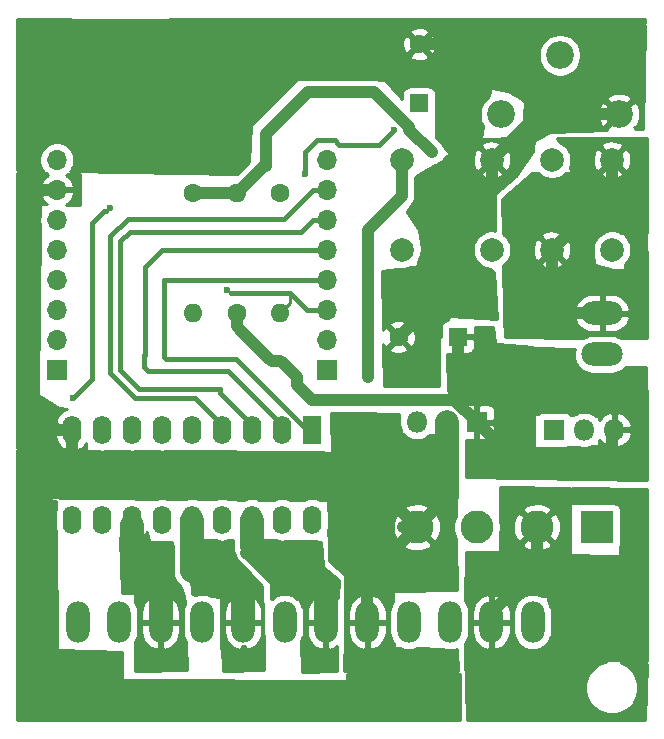
<source format=gbr>
G04 #@! TF.GenerationSoftware,KiCad,Pcbnew,(5.1.8)-1*
G04 #@! TF.CreationDate,2021-03-02T12:26:28+01:00*
G04 #@! TF.ProjectId,Lokstyrning,4c6f6b73-7479-4726-9e69-6e672e6b6963,rev?*
G04 #@! TF.SameCoordinates,Original*
G04 #@! TF.FileFunction,Copper,L2,Bot*
G04 #@! TF.FilePolarity,Positive*
%FSLAX46Y46*%
G04 Gerber Fmt 4.6, Leading zero omitted, Abs format (unit mm)*
G04 Created by KiCad (PCBNEW (5.1.8)-1) date 2021-03-02 12:26:28*
%MOMM*%
%LPD*%
G01*
G04 APERTURE LIST*
G04 #@! TA.AperFunction,ComponentPad*
%ADD10C,2.800000*%
G04 #@! TD*
G04 #@! TA.AperFunction,ComponentPad*
%ADD11R,2.800000X2.800000*%
G04 #@! TD*
G04 #@! TA.AperFunction,ComponentPad*
%ADD12C,2.000000*%
G04 #@! TD*
G04 #@! TA.AperFunction,ComponentPad*
%ADD13R,1.600000X2.400000*%
G04 #@! TD*
G04 #@! TA.AperFunction,ComponentPad*
%ADD14O,1.600000X2.400000*%
G04 #@! TD*
G04 #@! TA.AperFunction,ComponentPad*
%ADD15R,1.700000X1.700000*%
G04 #@! TD*
G04 #@! TA.AperFunction,ComponentPad*
%ADD16O,1.700000X1.700000*%
G04 #@! TD*
G04 #@! TA.AperFunction,ComponentPad*
%ADD17C,1.600000*%
G04 #@! TD*
G04 #@! TA.AperFunction,ComponentPad*
%ADD18O,1.600000X1.600000*%
G04 #@! TD*
G04 #@! TA.AperFunction,ComponentPad*
%ADD19C,2.340000*%
G04 #@! TD*
G04 #@! TA.AperFunction,ComponentPad*
%ADD20R,1.800000X1.800000*%
G04 #@! TD*
G04 #@! TA.AperFunction,ComponentPad*
%ADD21O,1.800000X1.800000*%
G04 #@! TD*
G04 #@! TA.AperFunction,ComponentPad*
%ADD22R,1.600000X1.600000*%
G04 #@! TD*
G04 #@! TA.AperFunction,ComponentPad*
%ADD23O,1.998980X3.500120*%
G04 #@! TD*
G04 #@! TA.AperFunction,ComponentPad*
%ADD24O,3.500120X1.998980*%
G04 #@! TD*
G04 #@! TA.AperFunction,ViaPad*
%ADD25C,0.600000*%
G04 #@! TD*
G04 #@! TA.AperFunction,Conductor*
%ADD26C,1.000000*%
G04 #@! TD*
G04 #@! TA.AperFunction,Conductor*
%ADD27C,2.000000*%
G04 #@! TD*
G04 #@! TA.AperFunction,Conductor*
%ADD28C,0.400000*%
G04 #@! TD*
G04 #@! TA.AperFunction,Conductor*
%ADD29C,0.250000*%
G04 #@! TD*
G04 #@! TA.AperFunction,Conductor*
%ADD30C,0.254000*%
G04 #@! TD*
G04 #@! TA.AperFunction,Conductor*
%ADD31C,0.100000*%
G04 #@! TD*
G04 APERTURE END LIST*
D10*
X207010000Y-102235000D03*
X212090000Y-102235000D03*
X217170000Y-102235000D03*
D11*
X222250000Y-102235000D03*
D12*
X205740000Y-78740000D03*
X213360000Y-78740000D03*
X218440000Y-78740000D03*
X223520000Y-78740000D03*
X223520000Y-71120000D03*
X218440000Y-71120000D03*
X213360000Y-71120000D03*
X205740000Y-71120000D03*
D13*
X198120000Y-93980000D03*
D14*
X177800000Y-101600000D03*
X195580000Y-93980000D03*
X180340000Y-101600000D03*
X193040000Y-93980000D03*
X182880000Y-101600000D03*
X190500000Y-93980000D03*
X185420000Y-101600000D03*
X187960000Y-93980000D03*
X187960000Y-101600000D03*
X185420000Y-93980000D03*
X190500000Y-101600000D03*
X182880000Y-93980000D03*
X193040000Y-101600000D03*
X180340000Y-93980000D03*
X195580000Y-101600000D03*
X177800000Y-93980000D03*
X198120000Y-101600000D03*
D15*
X176530000Y-88900000D03*
D16*
X176530000Y-86360000D03*
X176530000Y-83820000D03*
X176530000Y-81280000D03*
X176530000Y-78740000D03*
X176530000Y-76200000D03*
X176530000Y-73660000D03*
X176530000Y-71120000D03*
D15*
X199390000Y-88900000D03*
D16*
X199390000Y-86360000D03*
X199390000Y-83820000D03*
X199390000Y-81280000D03*
X199390000Y-78740000D03*
X199390000Y-76200000D03*
X199390000Y-73660000D03*
X199390000Y-71120000D03*
D17*
X188087000Y-73914000D03*
D18*
X188087000Y-84074000D03*
D17*
X191770000Y-84074000D03*
D18*
X191770000Y-73914000D03*
D19*
X224122000Y-67271900D03*
X219122000Y-62271900D03*
X214122000Y-67271900D03*
D20*
X212090000Y-93345000D03*
D21*
X209550000Y-93345000D03*
X207010000Y-93345000D03*
D22*
X210464400Y-86118700D03*
D17*
X205464400Y-86118700D03*
D22*
X207200500Y-66344800D03*
D17*
X207200500Y-61344800D03*
D23*
X199299759Y-110254979D03*
X202799879Y-110254979D03*
X195799639Y-110254979D03*
X192299519Y-110254979D03*
X206299999Y-110254979D03*
X188799399Y-110254979D03*
X209800119Y-110254979D03*
X185299279Y-110254979D03*
X181799159Y-110254979D03*
X213300239Y-110254979D03*
X216800359Y-110254979D03*
X178299039Y-110254979D03*
D24*
X222681800Y-87602060D03*
X222681800Y-84101940D03*
D20*
X218630500Y-93980000D03*
D21*
X221170500Y-93980000D03*
X223710500Y-93980000D03*
D17*
X195453000Y-73914000D03*
D18*
X195453000Y-84074000D03*
D25*
X205105000Y-68580000D03*
X197573900Y-72351900D03*
X202882500Y-89547700D03*
X208280000Y-70485000D03*
X177901600Y-91313000D03*
X181013100Y-75171300D03*
X190969900Y-82130900D03*
D26*
X207010000Y-102235000D02*
X205867000Y-102235000D01*
X217170000Y-67310000D02*
X213360000Y-71120000D01*
X213360000Y-71120000D02*
X213360000Y-73025000D01*
X206375000Y-102235000D02*
X207010000Y-102235000D01*
X176530000Y-73660000D02*
X175260000Y-73660000D01*
X176530000Y-93980000D02*
X177800000Y-93980000D01*
X173990000Y-91440000D02*
X176530000Y-93980000D01*
X173990000Y-74930000D02*
X173990000Y-91440000D01*
X175260000Y-73660000D02*
X173990000Y-74930000D01*
X177800000Y-93980000D02*
X177800000Y-94615000D01*
X177800000Y-94380000D02*
X177800000Y-93980000D01*
X207010000Y-102235000D02*
X203911200Y-105333800D01*
X203911200Y-106393598D02*
X203911200Y-105333800D01*
X202799879Y-107504919D02*
X203911200Y-106393598D01*
X202799879Y-110254979D02*
X202799879Y-107504919D01*
X217208100Y-67271900D02*
X217170000Y-67310000D01*
X224122000Y-67271900D02*
X217208100Y-67271900D01*
X224122000Y-67271900D02*
X218541600Y-67271900D01*
X212614500Y-61344800D02*
X207200500Y-61344800D01*
X218541600Y-67271900D02*
X212614500Y-61344800D01*
X211659999Y-74725001D02*
X211659999Y-74890101D01*
X213360000Y-73025000D02*
X211659999Y-74725001D01*
X211659999Y-74890101D02*
X209130900Y-77419200D01*
X209130900Y-82452200D02*
X205464400Y-86118700D01*
X209130900Y-77419200D02*
X209130900Y-82452200D01*
X202692000Y-97917000D02*
X207010000Y-102235000D01*
X179537000Y-97917000D02*
X202692000Y-97917000D01*
X177800000Y-93980000D02*
X177800000Y-96180000D01*
X177800000Y-96180000D02*
X179537000Y-97917000D01*
X209550000Y-99695000D02*
X207010000Y-102235000D01*
D27*
X209550000Y-93345000D02*
X209550000Y-99695000D01*
D28*
X203835000Y-69850000D02*
X201930000Y-69850000D01*
X205105000Y-68580000D02*
X203835000Y-69850000D01*
X201930000Y-69850000D02*
X200418700Y-69850000D01*
X200418700Y-69850000D02*
X200050400Y-69481700D01*
X200050400Y-69481700D02*
X198589900Y-69481700D01*
X198589900Y-69481700D02*
X197573900Y-70497700D01*
X197573900Y-70497700D02*
X197573900Y-72351900D01*
X198120000Y-93980000D02*
X198120000Y-93345000D01*
X198120000Y-93580000D02*
X198120000Y-93980000D01*
X197677070Y-93980000D02*
X191655700Y-87958630D01*
X198120000Y-93980000D02*
X197677070Y-93980000D01*
X191655700Y-87958630D02*
X185748630Y-87958630D01*
X185748630Y-87958630D02*
X185610500Y-87820500D01*
X185610500Y-87820500D02*
X185610500Y-81330800D01*
X185661300Y-81280000D02*
X199390000Y-81280000D01*
X185610500Y-81330800D02*
X185661300Y-81280000D01*
X199390000Y-78740000D02*
X198187919Y-78740000D01*
X195580000Y-93580000D02*
X195580000Y-93980000D01*
X195580000Y-93580000D02*
X190988900Y-88988900D01*
X190988900Y-88988900D02*
X184226200Y-88988900D01*
X184226200Y-88988900D02*
X183896000Y-88658700D01*
X183896000Y-87682798D02*
X183946800Y-87631998D01*
X183896000Y-88658700D02*
X183896000Y-87682798D01*
X183946800Y-87631998D02*
X183946800Y-80225900D01*
X185432700Y-78740000D02*
X199390000Y-78740000D01*
X183946800Y-80225900D02*
X185432700Y-78740000D01*
X199390000Y-76200000D02*
X198755000Y-76200000D01*
X198187919Y-76200000D02*
X197171919Y-77216000D01*
X199390000Y-76200000D02*
X198187919Y-76200000D01*
X197171919Y-77216000D02*
X182702200Y-77216000D01*
X182702200Y-77216000D02*
X181902100Y-78016100D01*
X181902100Y-78016100D02*
X181902100Y-88938100D01*
X181902100Y-88938100D02*
X183502300Y-90538300D01*
X183502300Y-90538300D02*
X190360300Y-90538300D01*
X193040000Y-93580000D02*
X193040000Y-93980000D01*
X190360300Y-90900300D02*
X193040000Y-93580000D01*
X190360300Y-90538300D02*
X190360300Y-90900300D01*
X198187919Y-73660000D02*
X195749519Y-76098400D01*
X199390000Y-73660000D02*
X198187919Y-73660000D01*
X195749519Y-76098400D02*
X182511700Y-76098400D01*
X182511700Y-76098400D02*
X181038500Y-77571600D01*
X181038500Y-77571600D02*
X181038500Y-89179400D01*
X181038500Y-89179400D02*
X183134000Y-91274900D01*
X190500000Y-93580000D02*
X190500000Y-93980000D01*
X188194900Y-91274900D02*
X190500000Y-93580000D01*
X183134000Y-91274900D02*
X188194900Y-91274900D01*
X176530000Y-81280000D02*
X177165000Y-81280000D01*
X185420000Y-93345000D02*
X185420000Y-93980000D01*
X176530000Y-78740000D02*
X177165000Y-78740000D01*
D26*
X202882500Y-77025500D02*
X202882500Y-89547700D01*
X205740000Y-71120000D02*
X205740000Y-74168000D01*
X205740000Y-74168000D02*
X202882500Y-77025500D01*
X194259200Y-71614230D02*
X194259200Y-68961000D01*
X194259200Y-68961000D02*
X197827900Y-65392300D01*
X197827900Y-65392300D02*
X198031100Y-65392300D01*
X206372498Y-68577498D02*
X208280000Y-70485000D01*
X206372498Y-68376800D02*
X206372498Y-68577498D01*
X197827900Y-65392300D02*
X203387998Y-65392300D01*
X203387998Y-65392300D02*
X206372498Y-68376800D01*
X194069770Y-71614230D02*
X191770000Y-73914000D01*
X194259200Y-71614230D02*
X194069770Y-71614230D01*
X191770000Y-73914000D02*
X188087000Y-73914000D01*
X223520000Y-93980000D02*
X223520000Y-95250000D01*
X215900000Y-97155000D02*
X212090000Y-93345000D01*
X221615000Y-97155000D02*
X215900000Y-97155000D01*
X223520000Y-95250000D02*
X221615000Y-97155000D01*
X210185000Y-91440000D02*
X212090000Y-93345000D01*
X191770000Y-84074000D02*
X191770000Y-85205370D01*
X192024000Y-85534500D02*
X194475100Y-87985600D01*
X194754500Y-88138000D02*
X195401130Y-88138000D01*
X198120000Y-91440000D02*
X210185000Y-91440000D01*
X195580000Y-88265000D02*
X196850000Y-89535000D01*
X196850000Y-89535000D02*
X196850000Y-90170000D01*
X196850000Y-90170000D02*
X198120000Y-91440000D01*
X210185000Y-88198100D02*
X210185000Y-91440000D01*
X210464400Y-87918700D02*
X210185000Y-88198100D01*
X210464400Y-86118700D02*
X210464400Y-87918700D01*
X193040000Y-101600000D02*
X193040000Y-102000000D01*
D27*
X193040000Y-103800000D02*
X193560700Y-104320700D01*
X193040000Y-101600000D02*
X193040000Y-103800000D01*
D26*
X193560700Y-104320700D02*
X193601700Y-104320700D01*
D27*
X193601700Y-104320700D02*
X195516500Y-106235500D01*
X196030850Y-106235500D02*
X196678550Y-106883200D01*
D26*
X195516500Y-106235500D02*
X196030850Y-106235500D01*
D27*
X196678550Y-106883200D02*
X198691500Y-106883200D01*
X199299759Y-107491459D02*
X199299759Y-110254979D01*
X198691500Y-106883200D02*
X199299759Y-107491459D01*
D26*
X192299519Y-109504409D02*
X192299519Y-110254979D01*
D27*
X187960000Y-101600000D02*
X187960000Y-105915460D01*
X187960000Y-105915460D02*
X191157860Y-105915460D01*
X192299519Y-107057119D02*
X192299519Y-110254979D01*
X191157860Y-105915460D02*
X192299519Y-107057119D01*
D26*
X182880000Y-102000000D02*
X182905400Y-102025400D01*
X182880000Y-101600000D02*
X182880000Y-102000000D01*
D27*
X182905400Y-102025400D02*
X182905400Y-103784400D01*
X185299279Y-106178279D02*
X185299279Y-110254979D01*
X182905400Y-103784400D02*
X185299279Y-106178279D01*
D28*
X177901600Y-91313000D02*
X179514500Y-89700100D01*
X180713101Y-75471299D02*
X180535301Y-75471299D01*
D29*
X181013100Y-75171300D02*
X180713101Y-75471299D01*
D28*
X179514500Y-76492100D02*
X179514500Y-89700100D01*
X180535301Y-75471299D02*
X179514500Y-76492100D01*
X191269899Y-82430899D02*
X196286399Y-82430899D01*
D29*
X190969900Y-82130900D02*
X191269899Y-82430899D01*
D28*
X197675500Y-83820000D02*
X199390000Y-83820000D01*
X196286399Y-82430899D02*
X197675500Y-83820000D01*
D29*
X196286399Y-83240601D02*
X195453000Y-84074000D01*
X196286399Y-82430899D02*
X196286399Y-83240601D01*
X213300239Y-109504409D02*
X213300239Y-110254979D01*
D26*
X217170000Y-105634648D02*
X213300239Y-109504409D01*
X217170000Y-102235000D02*
X217170000Y-105634648D01*
X223520000Y-71120000D02*
X223520000Y-73660000D01*
X223520000Y-73660000D02*
X218440000Y-78740000D01*
X218440000Y-78740000D02*
X218440000Y-83096100D01*
X219445840Y-84101940D02*
X222681800Y-84101940D01*
X218440000Y-83096100D02*
X219445840Y-84101940D01*
D30*
X177287088Y-95719832D02*
X177368182Y-95754367D01*
X177450961Y-95771904D01*
X177541655Y-95722076D01*
X178066771Y-95726706D01*
X178149039Y-95771904D01*
X178231818Y-95754367D01*
X178292106Y-95728693D01*
X179889035Y-95742772D01*
X180058691Y-95794236D01*
X180340000Y-95821943D01*
X180621308Y-95794236D01*
X180765491Y-95750499D01*
X182505068Y-95765836D01*
X182598691Y-95794236D01*
X182880000Y-95821943D01*
X183161308Y-95794236D01*
X183233752Y-95772261D01*
X185121102Y-95788901D01*
X185138691Y-95794236D01*
X185420000Y-95821943D01*
X185701308Y-95794236D01*
X185702013Y-95794022D01*
X187870643Y-95813142D01*
X187960000Y-95821943D01*
X188034673Y-95814588D01*
X210300111Y-96010892D01*
X210333629Y-101200692D01*
X210286607Y-101271066D01*
X210133204Y-101641413D01*
X210055000Y-102034570D01*
X210055000Y-102435430D01*
X210133204Y-102828587D01*
X210286607Y-103198934D01*
X210347120Y-103289498D01*
X210374683Y-107557195D01*
X205078708Y-107594403D01*
X205053949Y-107597017D01*
X205030176Y-107604412D01*
X205008302Y-107616302D01*
X204989169Y-107632231D01*
X204973510Y-107651586D01*
X204961929Y-107673625D01*
X204954869Y-107697499D01*
X204952633Y-107724305D01*
X204971454Y-108546786D01*
X204934396Y-108591942D01*
X204782622Y-108875890D01*
X204689159Y-109183993D01*
X204665509Y-109424117D01*
X204665509Y-111085840D01*
X204689159Y-111325964D01*
X204782621Y-111634067D01*
X204934395Y-111918015D01*
X205051874Y-112061165D01*
X205076660Y-113144300D01*
X201136453Y-113144300D01*
X200888600Y-113118660D01*
X200888600Y-111398486D01*
X200910599Y-111325965D01*
X200934249Y-111085841D01*
X200934249Y-110381979D01*
X201165389Y-110381979D01*
X201165389Y-111132549D01*
X201221572Y-111448982D01*
X201338408Y-111748374D01*
X201511408Y-112019220D01*
X201733923Y-112251111D01*
X201997402Y-112435136D01*
X202291720Y-112564222D01*
X202419525Y-112595168D01*
X202672879Y-112475814D01*
X202672879Y-110381979D01*
X202926879Y-110381979D01*
X202926879Y-112475814D01*
X203180233Y-112595168D01*
X203308038Y-112564222D01*
X203602356Y-112435136D01*
X203865835Y-112251111D01*
X204088350Y-112019220D01*
X204261350Y-111748374D01*
X204378186Y-111448982D01*
X204434369Y-111132549D01*
X204434369Y-110381979D01*
X202926879Y-110381979D01*
X202672879Y-110381979D01*
X201165389Y-110381979D01*
X200934249Y-110381979D01*
X200934249Y-110340479D01*
X200934759Y-110335301D01*
X200934759Y-109377409D01*
X201165389Y-109377409D01*
X201165389Y-110127979D01*
X202672879Y-110127979D01*
X202672879Y-108034144D01*
X202926879Y-108034144D01*
X202926879Y-110127979D01*
X204434369Y-110127979D01*
X204434369Y-109377409D01*
X204378186Y-109060976D01*
X204261350Y-108761584D01*
X204088350Y-108490738D01*
X203865835Y-108258847D01*
X203602356Y-108074822D01*
X203308038Y-107945736D01*
X203180233Y-107914790D01*
X202926879Y-108034144D01*
X202672879Y-108034144D01*
X202419525Y-107914790D01*
X202291720Y-107945736D01*
X201997402Y-108074822D01*
X201733923Y-108258847D01*
X201511408Y-108490738D01*
X201338408Y-108761584D01*
X201221572Y-109060976D01*
X201165389Y-109377409D01*
X200934759Y-109377409D01*
X200934759Y-107571778D01*
X200942670Y-107491458D01*
X200934759Y-107411137D01*
X200911102Y-107170943D01*
X200888600Y-107096764D01*
X200888600Y-106324400D01*
X200886160Y-106299624D01*
X200878933Y-106275799D01*
X200867197Y-106253843D01*
X200845687Y-106229225D01*
X199579081Y-105110184D01*
X199542804Y-103655447D01*
X205769158Y-103655447D01*
X205913135Y-103960770D01*
X206270892Y-104141597D01*
X206657053Y-104249155D01*
X207056777Y-104279310D01*
X207454704Y-104230904D01*
X207835540Y-104105795D01*
X208106865Y-103960770D01*
X208250842Y-103655447D01*
X207010000Y-102414605D01*
X205769158Y-103655447D01*
X199542804Y-103655447D01*
X199510488Y-102359598D01*
X199534094Y-102281777D01*
X204965690Y-102281777D01*
X205014096Y-102679704D01*
X205139205Y-103060540D01*
X205284230Y-103331865D01*
X205589553Y-103475842D01*
X206830395Y-102235000D01*
X207189605Y-102235000D01*
X208430447Y-103475842D01*
X208735770Y-103331865D01*
X208916597Y-102974108D01*
X209024155Y-102587947D01*
X209054310Y-102188223D01*
X209005904Y-101790296D01*
X208880795Y-101409460D01*
X208735770Y-101138135D01*
X208430447Y-100994158D01*
X207189605Y-102235000D01*
X206830395Y-102235000D01*
X205589553Y-100994158D01*
X205284230Y-101138135D01*
X205103403Y-101495892D01*
X204995845Y-101882053D01*
X204965690Y-102281777D01*
X199534094Y-102281777D01*
X199534236Y-102281309D01*
X199555000Y-102070492D01*
X199555000Y-101129509D01*
X199534236Y-100918691D01*
X199502647Y-100814553D01*
X205769158Y-100814553D01*
X207010000Y-102055395D01*
X208250842Y-100814553D01*
X208106865Y-100509230D01*
X207749108Y-100328403D01*
X207362947Y-100220845D01*
X206963223Y-100190690D01*
X206565296Y-100239096D01*
X206184460Y-100364205D01*
X205913135Y-100509230D01*
X205769158Y-100814553D01*
X199502647Y-100814553D01*
X199469209Y-100704323D01*
X199453461Y-100072834D01*
X199450403Y-100048126D01*
X199442585Y-100024489D01*
X199430305Y-100002832D01*
X199414036Y-99983987D01*
X199394403Y-99968677D01*
X199372161Y-99957492D01*
X199348164Y-99950861D01*
X199327663Y-99949005D01*
X198814914Y-99944310D01*
X198671808Y-99867818D01*
X198401309Y-99785764D01*
X198120000Y-99758057D01*
X197838692Y-99785764D01*
X197568193Y-99867818D01*
X197448495Y-99931798D01*
X196230643Y-99920647D01*
X196131808Y-99867818D01*
X195861309Y-99785764D01*
X195580000Y-99758057D01*
X195298692Y-99785764D01*
X195028193Y-99867818D01*
X194951274Y-99908932D01*
X193646373Y-99896983D01*
X193591808Y-99867818D01*
X193321309Y-99785764D01*
X193040000Y-99758057D01*
X192758692Y-99785764D01*
X192488193Y-99867818D01*
X192454054Y-99886066D01*
X191062102Y-99873320D01*
X191051808Y-99867818D01*
X190781309Y-99785764D01*
X190500000Y-99758057D01*
X190218692Y-99785764D01*
X189963225Y-99863258D01*
X188451133Y-99849413D01*
X188241309Y-99785764D01*
X187960000Y-99758057D01*
X187678692Y-99785764D01*
X187497650Y-99840682D01*
X185832075Y-99825431D01*
X185701309Y-99785764D01*
X185420000Y-99758057D01*
X185138692Y-99785764D01*
X185032075Y-99818106D01*
X183213016Y-99801449D01*
X183161309Y-99785764D01*
X182880000Y-99758057D01*
X182598692Y-99785764D01*
X182566500Y-99795529D01*
X180531242Y-99776893D01*
X180340000Y-99758057D01*
X180181292Y-99773689D01*
X173176000Y-99709544D01*
X173176000Y-95683586D01*
X177287088Y-95719832D01*
G04 #@! TA.AperFunction,Conductor*
D31*
G36*
X177287088Y-95719832D02*
G01*
X177368182Y-95754367D01*
X177450961Y-95771904D01*
X177541655Y-95722076D01*
X178066771Y-95726706D01*
X178149039Y-95771904D01*
X178231818Y-95754367D01*
X178292106Y-95728693D01*
X179889035Y-95742772D01*
X180058691Y-95794236D01*
X180340000Y-95821943D01*
X180621308Y-95794236D01*
X180765491Y-95750499D01*
X182505068Y-95765836D01*
X182598691Y-95794236D01*
X182880000Y-95821943D01*
X183161308Y-95794236D01*
X183233752Y-95772261D01*
X185121102Y-95788901D01*
X185138691Y-95794236D01*
X185420000Y-95821943D01*
X185701308Y-95794236D01*
X185702013Y-95794022D01*
X187870643Y-95813142D01*
X187960000Y-95821943D01*
X188034673Y-95814588D01*
X210300111Y-96010892D01*
X210333629Y-101200692D01*
X210286607Y-101271066D01*
X210133204Y-101641413D01*
X210055000Y-102034570D01*
X210055000Y-102435430D01*
X210133204Y-102828587D01*
X210286607Y-103198934D01*
X210347120Y-103289498D01*
X210374683Y-107557195D01*
X205078708Y-107594403D01*
X205053949Y-107597017D01*
X205030176Y-107604412D01*
X205008302Y-107616302D01*
X204989169Y-107632231D01*
X204973510Y-107651586D01*
X204961929Y-107673625D01*
X204954869Y-107697499D01*
X204952633Y-107724305D01*
X204971454Y-108546786D01*
X204934396Y-108591942D01*
X204782622Y-108875890D01*
X204689159Y-109183993D01*
X204665509Y-109424117D01*
X204665509Y-111085840D01*
X204689159Y-111325964D01*
X204782621Y-111634067D01*
X204934395Y-111918015D01*
X205051874Y-112061165D01*
X205076660Y-113144300D01*
X201136453Y-113144300D01*
X200888600Y-113118660D01*
X200888600Y-111398486D01*
X200910599Y-111325965D01*
X200934249Y-111085841D01*
X200934249Y-110381979D01*
X201165389Y-110381979D01*
X201165389Y-111132549D01*
X201221572Y-111448982D01*
X201338408Y-111748374D01*
X201511408Y-112019220D01*
X201733923Y-112251111D01*
X201997402Y-112435136D01*
X202291720Y-112564222D01*
X202419525Y-112595168D01*
X202672879Y-112475814D01*
X202672879Y-110381979D01*
X202926879Y-110381979D01*
X202926879Y-112475814D01*
X203180233Y-112595168D01*
X203308038Y-112564222D01*
X203602356Y-112435136D01*
X203865835Y-112251111D01*
X204088350Y-112019220D01*
X204261350Y-111748374D01*
X204378186Y-111448982D01*
X204434369Y-111132549D01*
X204434369Y-110381979D01*
X202926879Y-110381979D01*
X202672879Y-110381979D01*
X201165389Y-110381979D01*
X200934249Y-110381979D01*
X200934249Y-110340479D01*
X200934759Y-110335301D01*
X200934759Y-109377409D01*
X201165389Y-109377409D01*
X201165389Y-110127979D01*
X202672879Y-110127979D01*
X202672879Y-108034144D01*
X202926879Y-108034144D01*
X202926879Y-110127979D01*
X204434369Y-110127979D01*
X204434369Y-109377409D01*
X204378186Y-109060976D01*
X204261350Y-108761584D01*
X204088350Y-108490738D01*
X203865835Y-108258847D01*
X203602356Y-108074822D01*
X203308038Y-107945736D01*
X203180233Y-107914790D01*
X202926879Y-108034144D01*
X202672879Y-108034144D01*
X202419525Y-107914790D01*
X202291720Y-107945736D01*
X201997402Y-108074822D01*
X201733923Y-108258847D01*
X201511408Y-108490738D01*
X201338408Y-108761584D01*
X201221572Y-109060976D01*
X201165389Y-109377409D01*
X200934759Y-109377409D01*
X200934759Y-107571778D01*
X200942670Y-107491458D01*
X200934759Y-107411137D01*
X200911102Y-107170943D01*
X200888600Y-107096764D01*
X200888600Y-106324400D01*
X200886160Y-106299624D01*
X200878933Y-106275799D01*
X200867197Y-106253843D01*
X200845687Y-106229225D01*
X199579081Y-105110184D01*
X199542804Y-103655447D01*
X205769158Y-103655447D01*
X205913135Y-103960770D01*
X206270892Y-104141597D01*
X206657053Y-104249155D01*
X207056777Y-104279310D01*
X207454704Y-104230904D01*
X207835540Y-104105795D01*
X208106865Y-103960770D01*
X208250842Y-103655447D01*
X207010000Y-102414605D01*
X205769158Y-103655447D01*
X199542804Y-103655447D01*
X199510488Y-102359598D01*
X199534094Y-102281777D01*
X204965690Y-102281777D01*
X205014096Y-102679704D01*
X205139205Y-103060540D01*
X205284230Y-103331865D01*
X205589553Y-103475842D01*
X206830395Y-102235000D01*
X207189605Y-102235000D01*
X208430447Y-103475842D01*
X208735770Y-103331865D01*
X208916597Y-102974108D01*
X209024155Y-102587947D01*
X209054310Y-102188223D01*
X209005904Y-101790296D01*
X208880795Y-101409460D01*
X208735770Y-101138135D01*
X208430447Y-100994158D01*
X207189605Y-102235000D01*
X206830395Y-102235000D01*
X205589553Y-100994158D01*
X205284230Y-101138135D01*
X205103403Y-101495892D01*
X204995845Y-101882053D01*
X204965690Y-102281777D01*
X199534094Y-102281777D01*
X199534236Y-102281309D01*
X199555000Y-102070492D01*
X199555000Y-101129509D01*
X199534236Y-100918691D01*
X199502647Y-100814553D01*
X205769158Y-100814553D01*
X207010000Y-102055395D01*
X208250842Y-100814553D01*
X208106865Y-100509230D01*
X207749108Y-100328403D01*
X207362947Y-100220845D01*
X206963223Y-100190690D01*
X206565296Y-100239096D01*
X206184460Y-100364205D01*
X205913135Y-100509230D01*
X205769158Y-100814553D01*
X199502647Y-100814553D01*
X199469209Y-100704323D01*
X199453461Y-100072834D01*
X199450403Y-100048126D01*
X199442585Y-100024489D01*
X199430305Y-100002832D01*
X199414036Y-99983987D01*
X199394403Y-99968677D01*
X199372161Y-99957492D01*
X199348164Y-99950861D01*
X199327663Y-99949005D01*
X198814914Y-99944310D01*
X198671808Y-99867818D01*
X198401309Y-99785764D01*
X198120000Y-99758057D01*
X197838692Y-99785764D01*
X197568193Y-99867818D01*
X197448495Y-99931798D01*
X196230643Y-99920647D01*
X196131808Y-99867818D01*
X195861309Y-99785764D01*
X195580000Y-99758057D01*
X195298692Y-99785764D01*
X195028193Y-99867818D01*
X194951274Y-99908932D01*
X193646373Y-99896983D01*
X193591808Y-99867818D01*
X193321309Y-99785764D01*
X193040000Y-99758057D01*
X192758692Y-99785764D01*
X192488193Y-99867818D01*
X192454054Y-99886066D01*
X191062102Y-99873320D01*
X191051808Y-99867818D01*
X190781309Y-99785764D01*
X190500000Y-99758057D01*
X190218692Y-99785764D01*
X189963225Y-99863258D01*
X188451133Y-99849413D01*
X188241309Y-99785764D01*
X187960000Y-99758057D01*
X187678692Y-99785764D01*
X187497650Y-99840682D01*
X185832075Y-99825431D01*
X185701309Y-99785764D01*
X185420000Y-99758057D01*
X185138692Y-99785764D01*
X185032075Y-99818106D01*
X183213016Y-99801449D01*
X183161309Y-99785764D01*
X182880000Y-99758057D01*
X182598692Y-99785764D01*
X182566500Y-99795529D01*
X180531242Y-99776893D01*
X180340000Y-99758057D01*
X180181292Y-99773689D01*
X173176000Y-99709544D01*
X173176000Y-95683586D01*
X177287088Y-95719832D01*
G37*
G04 #@! TD.AperFunction*
D30*
X175583110Y-72273217D02*
X175583368Y-72273475D01*
X175765534Y-72395195D01*
X175648645Y-72464822D01*
X175432412Y-72659731D01*
X175258359Y-72893080D01*
X175133175Y-73155901D01*
X175088524Y-73303110D01*
X175209845Y-73533000D01*
X176403000Y-73533000D01*
X176403000Y-73513000D01*
X176657000Y-73513000D01*
X176657000Y-73533000D01*
X177850155Y-73533000D01*
X177971476Y-73303110D01*
X177926825Y-73155901D01*
X177801641Y-72893080D01*
X177627588Y-72659731D01*
X177411355Y-72464822D01*
X177294466Y-72395195D01*
X177451597Y-72290203D01*
X178523900Y-72299951D01*
X178523900Y-74963327D01*
X177305286Y-74918360D01*
X177411355Y-74855178D01*
X177627588Y-74660269D01*
X177801641Y-74426920D01*
X177926825Y-74164099D01*
X177971476Y-74016890D01*
X177850155Y-73787000D01*
X176657000Y-73787000D01*
X176657000Y-73807000D01*
X176403000Y-73807000D01*
X176403000Y-73787000D01*
X175209845Y-73787000D01*
X175088524Y-74016890D01*
X175133175Y-74164099D01*
X175258359Y-74426920D01*
X175432412Y-74660269D01*
X175648645Y-74855178D01*
X175652315Y-74857364D01*
X175213883Y-74841186D01*
X175189034Y-74842711D01*
X175164959Y-74849055D01*
X175142584Y-74859973D01*
X175122770Y-74875047D01*
X175106277Y-74893697D01*
X175093739Y-74915206D01*
X175085639Y-74938747D01*
X175082208Y-74966686D01*
X175071590Y-75920066D01*
X175045000Y-76053740D01*
X175045000Y-76346260D01*
X175065685Y-76450248D01*
X174904408Y-90930586D01*
X174906572Y-90955388D01*
X174913533Y-90979291D01*
X174925024Y-91001377D01*
X174940603Y-91020797D01*
X174963671Y-91039433D01*
X176716271Y-92144333D01*
X176738531Y-92155482D01*
X176762539Y-92162074D01*
X176777762Y-92163747D01*
X177417405Y-92195205D01*
X177368182Y-92205633D01*
X177108354Y-92316285D01*
X176875105Y-92475500D01*
X176677399Y-92677161D01*
X176522834Y-92913517D01*
X176417350Y-93175486D01*
X176365000Y-93453000D01*
X176365000Y-93853000D01*
X177673000Y-93853000D01*
X177673000Y-93833000D01*
X177927000Y-93833000D01*
X177927000Y-93853000D01*
X177947000Y-93853000D01*
X177947000Y-94107000D01*
X177927000Y-94107000D01*
X177927000Y-95649915D01*
X178149039Y-95771904D01*
X178231818Y-95754367D01*
X178491646Y-95643715D01*
X178724895Y-95484500D01*
X178922601Y-95282839D01*
X179023264Y-95128907D01*
X179042458Y-96483974D01*
X173176000Y-95504239D01*
X173176000Y-94107000D01*
X176365000Y-94107000D01*
X176365000Y-94507000D01*
X176417350Y-94784514D01*
X176522834Y-95046483D01*
X176677399Y-95282839D01*
X176875105Y-95484500D01*
X177108354Y-95643715D01*
X177368182Y-95754367D01*
X177450961Y-95771904D01*
X177673000Y-95649915D01*
X177673000Y-94107000D01*
X176365000Y-94107000D01*
X173176000Y-94107000D01*
X173176000Y-74692294D01*
X173189208Y-72251454D01*
X175583110Y-72273217D01*
G04 #@! TA.AperFunction,Conductor*
D31*
G36*
X175583110Y-72273217D02*
G01*
X175583368Y-72273475D01*
X175765534Y-72395195D01*
X175648645Y-72464822D01*
X175432412Y-72659731D01*
X175258359Y-72893080D01*
X175133175Y-73155901D01*
X175088524Y-73303110D01*
X175209845Y-73533000D01*
X176403000Y-73533000D01*
X176403000Y-73513000D01*
X176657000Y-73513000D01*
X176657000Y-73533000D01*
X177850155Y-73533000D01*
X177971476Y-73303110D01*
X177926825Y-73155901D01*
X177801641Y-72893080D01*
X177627588Y-72659731D01*
X177411355Y-72464822D01*
X177294466Y-72395195D01*
X177451597Y-72290203D01*
X178523900Y-72299951D01*
X178523900Y-74963327D01*
X177305286Y-74918360D01*
X177411355Y-74855178D01*
X177627588Y-74660269D01*
X177801641Y-74426920D01*
X177926825Y-74164099D01*
X177971476Y-74016890D01*
X177850155Y-73787000D01*
X176657000Y-73787000D01*
X176657000Y-73807000D01*
X176403000Y-73807000D01*
X176403000Y-73787000D01*
X175209845Y-73787000D01*
X175088524Y-74016890D01*
X175133175Y-74164099D01*
X175258359Y-74426920D01*
X175432412Y-74660269D01*
X175648645Y-74855178D01*
X175652315Y-74857364D01*
X175213883Y-74841186D01*
X175189034Y-74842711D01*
X175164959Y-74849055D01*
X175142584Y-74859973D01*
X175122770Y-74875047D01*
X175106277Y-74893697D01*
X175093739Y-74915206D01*
X175085639Y-74938747D01*
X175082208Y-74966686D01*
X175071590Y-75920066D01*
X175045000Y-76053740D01*
X175045000Y-76346260D01*
X175065685Y-76450248D01*
X174904408Y-90930586D01*
X174906572Y-90955388D01*
X174913533Y-90979291D01*
X174925024Y-91001377D01*
X174940603Y-91020797D01*
X174963671Y-91039433D01*
X176716271Y-92144333D01*
X176738531Y-92155482D01*
X176762539Y-92162074D01*
X176777762Y-92163747D01*
X177417405Y-92195205D01*
X177368182Y-92205633D01*
X177108354Y-92316285D01*
X176875105Y-92475500D01*
X176677399Y-92677161D01*
X176522834Y-92913517D01*
X176417350Y-93175486D01*
X176365000Y-93453000D01*
X176365000Y-93853000D01*
X177673000Y-93853000D01*
X177673000Y-93833000D01*
X177927000Y-93833000D01*
X177927000Y-93853000D01*
X177947000Y-93853000D01*
X177947000Y-94107000D01*
X177927000Y-94107000D01*
X177927000Y-95649915D01*
X178149039Y-95771904D01*
X178231818Y-95754367D01*
X178491646Y-95643715D01*
X178724895Y-95484500D01*
X178922601Y-95282839D01*
X179023264Y-95128907D01*
X179042458Y-96483974D01*
X173176000Y-95504239D01*
X173176000Y-94107000D01*
X176365000Y-94107000D01*
X176365000Y-94507000D01*
X176417350Y-94784514D01*
X176522834Y-95046483D01*
X176677399Y-95282839D01*
X176875105Y-95484500D01*
X177108354Y-95643715D01*
X177368182Y-95754367D01*
X177450961Y-95771904D01*
X177673000Y-95649915D01*
X177673000Y-94107000D01*
X176365000Y-94107000D01*
X173176000Y-94107000D01*
X173176000Y-74692294D01*
X173189208Y-72251454D01*
X175583110Y-72273217D01*
G37*
G04 #@! TD.AperFunction*
D30*
X201117200Y-59472793D02*
X201117200Y-61970950D01*
X198834643Y-62371612D01*
X198810662Y-62378300D01*
X198788446Y-62389537D01*
X198766797Y-62406897D01*
X193000997Y-68172697D01*
X192985203Y-68191943D01*
X192973467Y-68213899D01*
X192966240Y-68237724D01*
X192964004Y-68255313D01*
X192792185Y-71286683D01*
X191753349Y-72325519D01*
X177671799Y-72078308D01*
X177683475Y-72066632D01*
X177845990Y-71823411D01*
X177957932Y-71553158D01*
X178015000Y-71266260D01*
X178015000Y-70973740D01*
X177957932Y-70686842D01*
X177845990Y-70416589D01*
X177683475Y-70173368D01*
X177476632Y-69966525D01*
X177233411Y-69804010D01*
X176963158Y-69692068D01*
X176676260Y-69635000D01*
X176383740Y-69635000D01*
X176096842Y-69692068D01*
X175826589Y-69804010D01*
X175583368Y-69966525D01*
X175376525Y-70173368D01*
X175214010Y-70416589D01*
X175102068Y-70686842D01*
X175045000Y-70973740D01*
X175045000Y-71266260D01*
X175102068Y-71553158D01*
X175214010Y-71823411D01*
X175357175Y-72037673D01*
X173176000Y-71999381D01*
X173176000Y-59183833D01*
X201117200Y-59472793D01*
G04 #@! TA.AperFunction,Conductor*
D31*
G36*
X201117200Y-59472793D02*
G01*
X201117200Y-61970950D01*
X198834643Y-62371612D01*
X198810662Y-62378300D01*
X198788446Y-62389537D01*
X198766797Y-62406897D01*
X193000997Y-68172697D01*
X192985203Y-68191943D01*
X192973467Y-68213899D01*
X192966240Y-68237724D01*
X192964004Y-68255313D01*
X192792185Y-71286683D01*
X191753349Y-72325519D01*
X177671799Y-72078308D01*
X177683475Y-72066632D01*
X177845990Y-71823411D01*
X177957932Y-71553158D01*
X178015000Y-71266260D01*
X178015000Y-70973740D01*
X177957932Y-70686842D01*
X177845990Y-70416589D01*
X177683475Y-70173368D01*
X177476632Y-69966525D01*
X177233411Y-69804010D01*
X176963158Y-69692068D01*
X176676260Y-69635000D01*
X176383740Y-69635000D01*
X176096842Y-69692068D01*
X175826589Y-69804010D01*
X175583368Y-69966525D01*
X175376525Y-70173368D01*
X175214010Y-70416589D01*
X175102068Y-70686842D01*
X175045000Y-70973740D01*
X175045000Y-71266260D01*
X175102068Y-71553158D01*
X175214010Y-71823411D01*
X175357175Y-72037673D01*
X173176000Y-71999381D01*
X173176000Y-59183833D01*
X201117200Y-59472793D01*
G37*
G04 #@! TD.AperFunction*
D30*
X219964559Y-98917710D02*
X219989401Y-104432672D01*
X219991953Y-104457437D01*
X219999287Y-104481229D01*
X220011122Y-104503132D01*
X220027003Y-104522306D01*
X220046319Y-104538013D01*
X220068328Y-104549650D01*
X220092185Y-104556770D01*
X220112247Y-104559032D01*
X226199700Y-104758212D01*
X226199700Y-108276981D01*
X217567040Y-108060880D01*
X217428878Y-107987031D01*
X217120775Y-107893569D01*
X216800359Y-107862011D01*
X216479944Y-107893569D01*
X216171841Y-107987031D01*
X215887893Y-108138805D01*
X215639009Y-108343058D01*
X215434756Y-108591942D01*
X215282982Y-108875890D01*
X215189519Y-109183993D01*
X215165869Y-109424117D01*
X215165869Y-111085840D01*
X215189519Y-111325964D01*
X215282981Y-111634067D01*
X215368275Y-111793640D01*
X215390026Y-113207443D01*
X211049843Y-113195453D01*
X211061069Y-112045537D01*
X211165723Y-111918016D01*
X211317497Y-111634068D01*
X211410959Y-111325965D01*
X211434609Y-111085841D01*
X211434609Y-110381979D01*
X211665749Y-110381979D01*
X211665749Y-111132549D01*
X211721932Y-111448982D01*
X211838768Y-111748374D01*
X212011768Y-112019220D01*
X212234283Y-112251111D01*
X212497762Y-112435136D01*
X212792080Y-112564222D01*
X212919885Y-112595168D01*
X213173239Y-112475814D01*
X213173239Y-110381979D01*
X213427239Y-110381979D01*
X213427239Y-112475814D01*
X213680593Y-112595168D01*
X213808398Y-112564222D01*
X214102716Y-112435136D01*
X214366195Y-112251111D01*
X214588710Y-112019220D01*
X214761710Y-111748374D01*
X214878546Y-111448982D01*
X214934729Y-111132549D01*
X214934729Y-110381979D01*
X213427239Y-110381979D01*
X213173239Y-110381979D01*
X211665749Y-110381979D01*
X211434609Y-110381979D01*
X211434609Y-109424117D01*
X211430009Y-109377409D01*
X211665749Y-109377409D01*
X211665749Y-110127979D01*
X213173239Y-110127979D01*
X213173239Y-108034144D01*
X213427239Y-108034144D01*
X213427239Y-110127979D01*
X214934729Y-110127979D01*
X214934729Y-109377409D01*
X214878546Y-109060976D01*
X214761710Y-108761584D01*
X214588710Y-108490738D01*
X214366195Y-108258847D01*
X214102716Y-108074822D01*
X213808398Y-107945736D01*
X213680593Y-107914790D01*
X213427239Y-108034144D01*
X213173239Y-108034144D01*
X212919885Y-107914790D01*
X212792080Y-107945736D01*
X212497762Y-108074822D01*
X212234283Y-108258847D01*
X212011768Y-108490738D01*
X211838768Y-108761584D01*
X211721932Y-109060976D01*
X211665749Y-109377409D01*
X211430009Y-109377409D01*
X211410959Y-109183993D01*
X211317497Y-108875890D01*
X211165723Y-108591942D01*
X211095620Y-108506521D01*
X211136266Y-104343200D01*
X213956900Y-104343200D01*
X213981676Y-104340760D01*
X214005501Y-104333533D01*
X214027457Y-104321797D01*
X214046703Y-104306003D01*
X214062497Y-104286757D01*
X214074233Y-104264801D01*
X214081460Y-104240976D01*
X214083900Y-104216200D01*
X214083900Y-103655447D01*
X215929158Y-103655447D01*
X216073135Y-103960770D01*
X216430892Y-104141597D01*
X216817053Y-104249155D01*
X217216777Y-104279310D01*
X217614704Y-104230904D01*
X217995540Y-104105795D01*
X218266865Y-103960770D01*
X218410842Y-103655447D01*
X217170000Y-102414605D01*
X215929158Y-103655447D01*
X214083900Y-103655447D01*
X214083900Y-102642053D01*
X214125000Y-102435430D01*
X214125000Y-102281777D01*
X215125690Y-102281777D01*
X215174096Y-102679704D01*
X215299205Y-103060540D01*
X215444230Y-103331865D01*
X215749553Y-103475842D01*
X216990395Y-102235000D01*
X217349605Y-102235000D01*
X218590447Y-103475842D01*
X218895770Y-103331865D01*
X219076597Y-102974108D01*
X219184155Y-102587947D01*
X219214310Y-102188223D01*
X219165904Y-101790296D01*
X219040795Y-101409460D01*
X218895770Y-101138135D01*
X218590447Y-100994158D01*
X217349605Y-102235000D01*
X216990395Y-102235000D01*
X215749553Y-100994158D01*
X215444230Y-101138135D01*
X215263403Y-101495892D01*
X215155845Y-101882053D01*
X215125690Y-102281777D01*
X214125000Y-102281777D01*
X214125000Y-102034570D01*
X214083900Y-101827947D01*
X214083900Y-100814553D01*
X215929158Y-100814553D01*
X217170000Y-102055395D01*
X218410842Y-100814553D01*
X218266865Y-100509230D01*
X217909108Y-100328403D01*
X217522947Y-100220845D01*
X217123223Y-100190690D01*
X216725296Y-100239096D01*
X216344460Y-100364205D01*
X216073135Y-100509230D01*
X215929158Y-100814553D01*
X214083900Y-100814553D01*
X214083900Y-98795957D01*
X219964559Y-98917710D01*
G04 #@! TA.AperFunction,Conductor*
D31*
G36*
X219964559Y-98917710D02*
G01*
X219989401Y-104432672D01*
X219991953Y-104457437D01*
X219999287Y-104481229D01*
X220011122Y-104503132D01*
X220027003Y-104522306D01*
X220046319Y-104538013D01*
X220068328Y-104549650D01*
X220092185Y-104556770D01*
X220112247Y-104559032D01*
X226199700Y-104758212D01*
X226199700Y-108276981D01*
X217567040Y-108060880D01*
X217428878Y-107987031D01*
X217120775Y-107893569D01*
X216800359Y-107862011D01*
X216479944Y-107893569D01*
X216171841Y-107987031D01*
X215887893Y-108138805D01*
X215639009Y-108343058D01*
X215434756Y-108591942D01*
X215282982Y-108875890D01*
X215189519Y-109183993D01*
X215165869Y-109424117D01*
X215165869Y-111085840D01*
X215189519Y-111325964D01*
X215282981Y-111634067D01*
X215368275Y-111793640D01*
X215390026Y-113207443D01*
X211049843Y-113195453D01*
X211061069Y-112045537D01*
X211165723Y-111918016D01*
X211317497Y-111634068D01*
X211410959Y-111325965D01*
X211434609Y-111085841D01*
X211434609Y-110381979D01*
X211665749Y-110381979D01*
X211665749Y-111132549D01*
X211721932Y-111448982D01*
X211838768Y-111748374D01*
X212011768Y-112019220D01*
X212234283Y-112251111D01*
X212497762Y-112435136D01*
X212792080Y-112564222D01*
X212919885Y-112595168D01*
X213173239Y-112475814D01*
X213173239Y-110381979D01*
X213427239Y-110381979D01*
X213427239Y-112475814D01*
X213680593Y-112595168D01*
X213808398Y-112564222D01*
X214102716Y-112435136D01*
X214366195Y-112251111D01*
X214588710Y-112019220D01*
X214761710Y-111748374D01*
X214878546Y-111448982D01*
X214934729Y-111132549D01*
X214934729Y-110381979D01*
X213427239Y-110381979D01*
X213173239Y-110381979D01*
X211665749Y-110381979D01*
X211434609Y-110381979D01*
X211434609Y-109424117D01*
X211430009Y-109377409D01*
X211665749Y-109377409D01*
X211665749Y-110127979D01*
X213173239Y-110127979D01*
X213173239Y-108034144D01*
X213427239Y-108034144D01*
X213427239Y-110127979D01*
X214934729Y-110127979D01*
X214934729Y-109377409D01*
X214878546Y-109060976D01*
X214761710Y-108761584D01*
X214588710Y-108490738D01*
X214366195Y-108258847D01*
X214102716Y-108074822D01*
X213808398Y-107945736D01*
X213680593Y-107914790D01*
X213427239Y-108034144D01*
X213173239Y-108034144D01*
X212919885Y-107914790D01*
X212792080Y-107945736D01*
X212497762Y-108074822D01*
X212234283Y-108258847D01*
X212011768Y-108490738D01*
X211838768Y-108761584D01*
X211721932Y-109060976D01*
X211665749Y-109377409D01*
X211430009Y-109377409D01*
X211410959Y-109183993D01*
X211317497Y-108875890D01*
X211165723Y-108591942D01*
X211095620Y-108506521D01*
X211136266Y-104343200D01*
X213956900Y-104343200D01*
X213981676Y-104340760D01*
X214005501Y-104333533D01*
X214027457Y-104321797D01*
X214046703Y-104306003D01*
X214062497Y-104286757D01*
X214074233Y-104264801D01*
X214081460Y-104240976D01*
X214083900Y-104216200D01*
X214083900Y-103655447D01*
X215929158Y-103655447D01*
X216073135Y-103960770D01*
X216430892Y-104141597D01*
X216817053Y-104249155D01*
X217216777Y-104279310D01*
X217614704Y-104230904D01*
X217995540Y-104105795D01*
X218266865Y-103960770D01*
X218410842Y-103655447D01*
X217170000Y-102414605D01*
X215929158Y-103655447D01*
X214083900Y-103655447D01*
X214083900Y-102642053D01*
X214125000Y-102435430D01*
X214125000Y-102281777D01*
X215125690Y-102281777D01*
X215174096Y-102679704D01*
X215299205Y-103060540D01*
X215444230Y-103331865D01*
X215749553Y-103475842D01*
X216990395Y-102235000D01*
X217349605Y-102235000D01*
X218590447Y-103475842D01*
X218895770Y-103331865D01*
X219076597Y-102974108D01*
X219184155Y-102587947D01*
X219214310Y-102188223D01*
X219165904Y-101790296D01*
X219040795Y-101409460D01*
X218895770Y-101138135D01*
X218590447Y-100994158D01*
X217349605Y-102235000D01*
X216990395Y-102235000D01*
X215749553Y-100994158D01*
X215444230Y-101138135D01*
X215263403Y-101495892D01*
X215155845Y-101882053D01*
X215125690Y-102281777D01*
X214125000Y-102281777D01*
X214125000Y-102034570D01*
X214083900Y-101827947D01*
X214083900Y-100814553D01*
X215929158Y-100814553D01*
X217170000Y-102055395D01*
X218410842Y-100814553D01*
X218266865Y-100509230D01*
X217909108Y-100328403D01*
X217522947Y-100220845D01*
X217123223Y-100190690D01*
X216725296Y-100239096D01*
X216344460Y-100364205D01*
X216073135Y-100509230D01*
X215929158Y-100814553D01*
X214083900Y-100814553D01*
X214083900Y-98795957D01*
X219964559Y-98917710D01*
G37*
G04 #@! TD.AperFunction*
D30*
X226493001Y-69303032D02*
X226493001Y-77317600D01*
X224334150Y-77317600D01*
X224294463Y-77291082D01*
X223996912Y-77167832D01*
X223681033Y-77105000D01*
X223358967Y-77105000D01*
X223043088Y-77167832D01*
X222745537Y-77291082D01*
X222477748Y-77470013D01*
X222250013Y-77697748D01*
X222071082Y-77965537D01*
X222038030Y-78045332D01*
X221929051Y-78133081D01*
X221911283Y-78150520D01*
X221897259Y-78171091D01*
X221887518Y-78194002D01*
X221882433Y-78218374D01*
X221881873Y-78238625D01*
X221896604Y-78520627D01*
X221885000Y-78578967D01*
X221885000Y-78901033D01*
X221927687Y-79115636D01*
X221970773Y-79940425D01*
X221974502Y-79965041D01*
X221982962Y-79988456D01*
X221995828Y-80009770D01*
X222012605Y-80028165D01*
X222032647Y-80042934D01*
X222065766Y-80056745D01*
X223027849Y-80305856D01*
X223043088Y-80312168D01*
X223082517Y-80320011D01*
X223488166Y-80425045D01*
X223521008Y-80429096D01*
X226493001Y-80405508D01*
X226493001Y-86243623D01*
X224329392Y-86228200D01*
X224060889Y-86084682D01*
X223752786Y-85991220D01*
X223512662Y-85967570D01*
X221850938Y-85967570D01*
X221610814Y-85991220D01*
X221302711Y-86084682D01*
X221077575Y-86205020D01*
X214437099Y-86157685D01*
X214404880Y-84482294D01*
X220341611Y-84482294D01*
X220372557Y-84610099D01*
X220501643Y-84904417D01*
X220685668Y-85167896D01*
X220917559Y-85390411D01*
X221188405Y-85563411D01*
X221487797Y-85680247D01*
X221804230Y-85736430D01*
X222554800Y-85736430D01*
X222554800Y-84228940D01*
X222808800Y-84228940D01*
X222808800Y-85736430D01*
X223559370Y-85736430D01*
X223875803Y-85680247D01*
X224175195Y-85563411D01*
X224446041Y-85390411D01*
X224677932Y-85167896D01*
X224861957Y-84904417D01*
X224991043Y-84610099D01*
X225021989Y-84482294D01*
X224902635Y-84228940D01*
X222808800Y-84228940D01*
X222554800Y-84228940D01*
X220460965Y-84228940D01*
X220341611Y-84482294D01*
X214404880Y-84482294D01*
X214390252Y-83721586D01*
X220341611Y-83721586D01*
X220460965Y-83974940D01*
X222554800Y-83974940D01*
X222554800Y-82467450D01*
X222808800Y-82467450D01*
X222808800Y-83974940D01*
X224902635Y-83974940D01*
X225021989Y-83721586D01*
X224991043Y-83593781D01*
X224861957Y-83299463D01*
X224677932Y-83035984D01*
X224446041Y-82813469D01*
X224175195Y-82640469D01*
X223875803Y-82523633D01*
X223559370Y-82467450D01*
X222808800Y-82467450D01*
X222554800Y-82467450D01*
X221804230Y-82467450D01*
X221487797Y-82523633D01*
X221188405Y-82640469D01*
X220917559Y-82813469D01*
X220685668Y-83035984D01*
X220501643Y-83299463D01*
X220372557Y-83593781D01*
X220341611Y-83721586D01*
X214390252Y-83721586D01*
X214319932Y-80064992D01*
X214402252Y-80009987D01*
X214536826Y-79875413D01*
X217484192Y-79875413D01*
X217579956Y-80139814D01*
X217869571Y-80280704D01*
X218181108Y-80362384D01*
X218502595Y-80381718D01*
X218821675Y-80337961D01*
X219126088Y-80232795D01*
X219300044Y-80139814D01*
X219395808Y-79875413D01*
X218440000Y-78919605D01*
X217484192Y-79875413D01*
X214536826Y-79875413D01*
X214629987Y-79782252D01*
X214808918Y-79514463D01*
X214932168Y-79216912D01*
X214995000Y-78901033D01*
X214995000Y-78802595D01*
X216798282Y-78802595D01*
X216842039Y-79121675D01*
X216947205Y-79426088D01*
X217040186Y-79600044D01*
X217304587Y-79695808D01*
X218260395Y-78740000D01*
X218619605Y-78740000D01*
X219575413Y-79695808D01*
X219839814Y-79600044D01*
X219980704Y-79310429D01*
X220062384Y-78998892D01*
X220081718Y-78677405D01*
X220037961Y-78358325D01*
X219932795Y-78053912D01*
X219839814Y-77879956D01*
X219575413Y-77784192D01*
X218619605Y-78740000D01*
X218260395Y-78740000D01*
X217304587Y-77784192D01*
X217040186Y-77879956D01*
X216899296Y-78169571D01*
X216817616Y-78481108D01*
X216798282Y-78802595D01*
X214995000Y-78802595D01*
X214995000Y-78578967D01*
X214932168Y-78263088D01*
X214808918Y-77965537D01*
X214629987Y-77697748D01*
X214536826Y-77604587D01*
X217484192Y-77604587D01*
X218440000Y-78560395D01*
X219395808Y-77604587D01*
X219300044Y-77340186D01*
X219010429Y-77199296D01*
X218698892Y-77117616D01*
X218377405Y-77098282D01*
X218058325Y-77142039D01*
X217753912Y-77247205D01*
X217579956Y-77340186D01*
X217484192Y-77604587D01*
X214536826Y-77604587D01*
X214402252Y-77470013D01*
X214268307Y-77380514D01*
X214212030Y-74454106D01*
X216773067Y-72262449D01*
X217264429Y-72256668D01*
X217397748Y-72389987D01*
X217665537Y-72568918D01*
X217963088Y-72692168D01*
X218278967Y-72755000D01*
X218601033Y-72755000D01*
X218916912Y-72692168D01*
X219214463Y-72568918D01*
X219482252Y-72389987D01*
X219616826Y-72255413D01*
X222564192Y-72255413D01*
X222659956Y-72519814D01*
X222949571Y-72660704D01*
X223261108Y-72742384D01*
X223582595Y-72761718D01*
X223901675Y-72717961D01*
X224206088Y-72612795D01*
X224380044Y-72519814D01*
X224475808Y-72255413D01*
X223520000Y-71299605D01*
X222564192Y-72255413D01*
X219616826Y-72255413D01*
X219643561Y-72228678D01*
X219965494Y-72224891D01*
X219990240Y-72222160D01*
X220013978Y-72214653D01*
X220035795Y-72202659D01*
X220054853Y-72186640D01*
X220070419Y-72167210D01*
X220081896Y-72145117D01*
X220088843Y-72121209D01*
X220090991Y-72096406D01*
X220088260Y-72071660D01*
X220080282Y-72046837D01*
X219949327Y-71748623D01*
X220012168Y-71596912D01*
X220075000Y-71281033D01*
X220075000Y-71182595D01*
X221878282Y-71182595D01*
X221922039Y-71501675D01*
X222027205Y-71806088D01*
X222120186Y-71980044D01*
X222384587Y-72075808D01*
X223340395Y-71120000D01*
X223699605Y-71120000D01*
X224655413Y-72075808D01*
X224919814Y-71980044D01*
X225060704Y-71690429D01*
X225142384Y-71378892D01*
X225161718Y-71057405D01*
X225117961Y-70738325D01*
X225012795Y-70433912D01*
X224919814Y-70259956D01*
X224655413Y-70164192D01*
X223699605Y-71120000D01*
X223340395Y-71120000D01*
X222384587Y-70164192D01*
X222120186Y-70259956D01*
X221979296Y-70549571D01*
X221897616Y-70861108D01*
X221878282Y-71182595D01*
X220075000Y-71182595D01*
X220075000Y-70958967D01*
X220012168Y-70643088D01*
X219888918Y-70345537D01*
X219709987Y-70077748D01*
X219616826Y-69984587D01*
X222564192Y-69984587D01*
X223520000Y-70940395D01*
X224475808Y-69984587D01*
X224380044Y-69720186D01*
X224090429Y-69579296D01*
X223778892Y-69497616D01*
X223457405Y-69478282D01*
X223138325Y-69522039D01*
X222833912Y-69627205D01*
X222659956Y-69720186D01*
X222564192Y-69984587D01*
X219616826Y-69984587D01*
X219482252Y-69850013D01*
X219214463Y-69671082D01*
X218997563Y-69581239D01*
X218874230Y-69300382D01*
X220066543Y-69278504D01*
X226493001Y-69303032D01*
G04 #@! TA.AperFunction,Conductor*
D31*
G36*
X226493001Y-69303032D02*
G01*
X226493001Y-77317600D01*
X224334150Y-77317600D01*
X224294463Y-77291082D01*
X223996912Y-77167832D01*
X223681033Y-77105000D01*
X223358967Y-77105000D01*
X223043088Y-77167832D01*
X222745537Y-77291082D01*
X222477748Y-77470013D01*
X222250013Y-77697748D01*
X222071082Y-77965537D01*
X222038030Y-78045332D01*
X221929051Y-78133081D01*
X221911283Y-78150520D01*
X221897259Y-78171091D01*
X221887518Y-78194002D01*
X221882433Y-78218374D01*
X221881873Y-78238625D01*
X221896604Y-78520627D01*
X221885000Y-78578967D01*
X221885000Y-78901033D01*
X221927687Y-79115636D01*
X221970773Y-79940425D01*
X221974502Y-79965041D01*
X221982962Y-79988456D01*
X221995828Y-80009770D01*
X222012605Y-80028165D01*
X222032647Y-80042934D01*
X222065766Y-80056745D01*
X223027849Y-80305856D01*
X223043088Y-80312168D01*
X223082517Y-80320011D01*
X223488166Y-80425045D01*
X223521008Y-80429096D01*
X226493001Y-80405508D01*
X226493001Y-86243623D01*
X224329392Y-86228200D01*
X224060889Y-86084682D01*
X223752786Y-85991220D01*
X223512662Y-85967570D01*
X221850938Y-85967570D01*
X221610814Y-85991220D01*
X221302711Y-86084682D01*
X221077575Y-86205020D01*
X214437099Y-86157685D01*
X214404880Y-84482294D01*
X220341611Y-84482294D01*
X220372557Y-84610099D01*
X220501643Y-84904417D01*
X220685668Y-85167896D01*
X220917559Y-85390411D01*
X221188405Y-85563411D01*
X221487797Y-85680247D01*
X221804230Y-85736430D01*
X222554800Y-85736430D01*
X222554800Y-84228940D01*
X222808800Y-84228940D01*
X222808800Y-85736430D01*
X223559370Y-85736430D01*
X223875803Y-85680247D01*
X224175195Y-85563411D01*
X224446041Y-85390411D01*
X224677932Y-85167896D01*
X224861957Y-84904417D01*
X224991043Y-84610099D01*
X225021989Y-84482294D01*
X224902635Y-84228940D01*
X222808800Y-84228940D01*
X222554800Y-84228940D01*
X220460965Y-84228940D01*
X220341611Y-84482294D01*
X214404880Y-84482294D01*
X214390252Y-83721586D01*
X220341611Y-83721586D01*
X220460965Y-83974940D01*
X222554800Y-83974940D01*
X222554800Y-82467450D01*
X222808800Y-82467450D01*
X222808800Y-83974940D01*
X224902635Y-83974940D01*
X225021989Y-83721586D01*
X224991043Y-83593781D01*
X224861957Y-83299463D01*
X224677932Y-83035984D01*
X224446041Y-82813469D01*
X224175195Y-82640469D01*
X223875803Y-82523633D01*
X223559370Y-82467450D01*
X222808800Y-82467450D01*
X222554800Y-82467450D01*
X221804230Y-82467450D01*
X221487797Y-82523633D01*
X221188405Y-82640469D01*
X220917559Y-82813469D01*
X220685668Y-83035984D01*
X220501643Y-83299463D01*
X220372557Y-83593781D01*
X220341611Y-83721586D01*
X214390252Y-83721586D01*
X214319932Y-80064992D01*
X214402252Y-80009987D01*
X214536826Y-79875413D01*
X217484192Y-79875413D01*
X217579956Y-80139814D01*
X217869571Y-80280704D01*
X218181108Y-80362384D01*
X218502595Y-80381718D01*
X218821675Y-80337961D01*
X219126088Y-80232795D01*
X219300044Y-80139814D01*
X219395808Y-79875413D01*
X218440000Y-78919605D01*
X217484192Y-79875413D01*
X214536826Y-79875413D01*
X214629987Y-79782252D01*
X214808918Y-79514463D01*
X214932168Y-79216912D01*
X214995000Y-78901033D01*
X214995000Y-78802595D01*
X216798282Y-78802595D01*
X216842039Y-79121675D01*
X216947205Y-79426088D01*
X217040186Y-79600044D01*
X217304587Y-79695808D01*
X218260395Y-78740000D01*
X218619605Y-78740000D01*
X219575413Y-79695808D01*
X219839814Y-79600044D01*
X219980704Y-79310429D01*
X220062384Y-78998892D01*
X220081718Y-78677405D01*
X220037961Y-78358325D01*
X219932795Y-78053912D01*
X219839814Y-77879956D01*
X219575413Y-77784192D01*
X218619605Y-78740000D01*
X218260395Y-78740000D01*
X217304587Y-77784192D01*
X217040186Y-77879956D01*
X216899296Y-78169571D01*
X216817616Y-78481108D01*
X216798282Y-78802595D01*
X214995000Y-78802595D01*
X214995000Y-78578967D01*
X214932168Y-78263088D01*
X214808918Y-77965537D01*
X214629987Y-77697748D01*
X214536826Y-77604587D01*
X217484192Y-77604587D01*
X218440000Y-78560395D01*
X219395808Y-77604587D01*
X219300044Y-77340186D01*
X219010429Y-77199296D01*
X218698892Y-77117616D01*
X218377405Y-77098282D01*
X218058325Y-77142039D01*
X217753912Y-77247205D01*
X217579956Y-77340186D01*
X217484192Y-77604587D01*
X214536826Y-77604587D01*
X214402252Y-77470013D01*
X214268307Y-77380514D01*
X214212030Y-74454106D01*
X216773067Y-72262449D01*
X217264429Y-72256668D01*
X217397748Y-72389987D01*
X217665537Y-72568918D01*
X217963088Y-72692168D01*
X218278967Y-72755000D01*
X218601033Y-72755000D01*
X218916912Y-72692168D01*
X219214463Y-72568918D01*
X219482252Y-72389987D01*
X219616826Y-72255413D01*
X222564192Y-72255413D01*
X222659956Y-72519814D01*
X222949571Y-72660704D01*
X223261108Y-72742384D01*
X223582595Y-72761718D01*
X223901675Y-72717961D01*
X224206088Y-72612795D01*
X224380044Y-72519814D01*
X224475808Y-72255413D01*
X223520000Y-71299605D01*
X222564192Y-72255413D01*
X219616826Y-72255413D01*
X219643561Y-72228678D01*
X219965494Y-72224891D01*
X219990240Y-72222160D01*
X220013978Y-72214653D01*
X220035795Y-72202659D01*
X220054853Y-72186640D01*
X220070419Y-72167210D01*
X220081896Y-72145117D01*
X220088843Y-72121209D01*
X220090991Y-72096406D01*
X220088260Y-72071660D01*
X220080282Y-72046837D01*
X219949327Y-71748623D01*
X220012168Y-71596912D01*
X220075000Y-71281033D01*
X220075000Y-71182595D01*
X221878282Y-71182595D01*
X221922039Y-71501675D01*
X222027205Y-71806088D01*
X222120186Y-71980044D01*
X222384587Y-72075808D01*
X223340395Y-71120000D01*
X223699605Y-71120000D01*
X224655413Y-72075808D01*
X224919814Y-71980044D01*
X225060704Y-71690429D01*
X225142384Y-71378892D01*
X225161718Y-71057405D01*
X225117961Y-70738325D01*
X225012795Y-70433912D01*
X224919814Y-70259956D01*
X224655413Y-70164192D01*
X223699605Y-71120000D01*
X223340395Y-71120000D01*
X222384587Y-70164192D01*
X222120186Y-70259956D01*
X221979296Y-70549571D01*
X221897616Y-70861108D01*
X221878282Y-71182595D01*
X220075000Y-71182595D01*
X220075000Y-70958967D01*
X220012168Y-70643088D01*
X219888918Y-70345537D01*
X219709987Y-70077748D01*
X219616826Y-69984587D01*
X222564192Y-69984587D01*
X223520000Y-70940395D01*
X224475808Y-69984587D01*
X224380044Y-69720186D01*
X224090429Y-69579296D01*
X223778892Y-69497616D01*
X223457405Y-69478282D01*
X223138325Y-69522039D01*
X222833912Y-69627205D01*
X222659956Y-69720186D01*
X222564192Y-69984587D01*
X219616826Y-69984587D01*
X219482252Y-69850013D01*
X219214463Y-69671082D01*
X218997563Y-69581239D01*
X218874230Y-69300382D01*
X220066543Y-69278504D01*
X226493001Y-69303032D01*
G37*
G04 #@! TD.AperFunction*
D30*
X226465462Y-80488736D02*
X224586800Y-80432823D01*
X224586800Y-79985439D01*
X224789987Y-79782252D01*
X224968918Y-79514463D01*
X225092168Y-79216912D01*
X225155000Y-78901033D01*
X225155000Y-78578967D01*
X225092168Y-78263088D01*
X224968918Y-77965537D01*
X224789987Y-77697748D01*
X224586800Y-77494561D01*
X224586800Y-77190600D01*
X226441904Y-77190600D01*
X226465462Y-80488736D01*
G04 #@! TA.AperFunction,Conductor*
D31*
G36*
X226465462Y-80488736D02*
G01*
X224586800Y-80432823D01*
X224586800Y-79985439D01*
X224789987Y-79782252D01*
X224968918Y-79514463D01*
X225092168Y-79216912D01*
X225155000Y-78901033D01*
X225155000Y-78578967D01*
X225092168Y-78263088D01*
X224968918Y-77965537D01*
X224789987Y-77697748D01*
X224586800Y-77494561D01*
X224586800Y-77190600D01*
X226441904Y-77190600D01*
X226465462Y-80488736D01*
G37*
G04 #@! TD.AperFunction*
D30*
X216843309Y-70390174D02*
X215398596Y-72532335D01*
X213672890Y-73955727D01*
X213655329Y-73973375D01*
X213641549Y-73994109D01*
X213632078Y-74017134D01*
X213626700Y-74053700D01*
X213626700Y-77126018D01*
X213521033Y-77105000D01*
X213198967Y-77105000D01*
X212883088Y-77167832D01*
X212585537Y-77291082D01*
X212317748Y-77470013D01*
X212090013Y-77697748D01*
X211911082Y-77965537D01*
X211787832Y-78263088D01*
X211725000Y-78578967D01*
X211725000Y-78901033D01*
X211787832Y-79216912D01*
X211911082Y-79514463D01*
X212090013Y-79782252D01*
X212317748Y-80009987D01*
X212585537Y-80188918D01*
X212883088Y-80312168D01*
X213190349Y-80373286D01*
X213529644Y-80612461D01*
X213807497Y-84562815D01*
X209847991Y-84378937D01*
X209823128Y-84380225D01*
X209798995Y-84386339D01*
X209776517Y-84397044D01*
X209756560Y-84411928D01*
X209739890Y-84430420D01*
X209726111Y-84454075D01*
X209623274Y-84684678D01*
X209539918Y-84692888D01*
X209420220Y-84729198D01*
X209309906Y-84788163D01*
X209213215Y-84867515D01*
X209133863Y-84964206D01*
X209074898Y-85074520D01*
X209038588Y-85194218D01*
X209026328Y-85318700D01*
X209026328Y-86023285D01*
X208887911Y-86333675D01*
X208880048Y-86357297D01*
X208876905Y-86384224D01*
X208840601Y-90305000D01*
X204226337Y-90305000D01*
X204178011Y-87111402D01*
X204651303Y-87111402D01*
X204722886Y-87355371D01*
X204978396Y-87476271D01*
X205252584Y-87545000D01*
X205534912Y-87558917D01*
X205814530Y-87517487D01*
X206080692Y-87422303D01*
X206205914Y-87355371D01*
X206277497Y-87111402D01*
X205464400Y-86298305D01*
X204651303Y-87111402D01*
X204178011Y-87111402D01*
X204172650Y-86757167D01*
X204227729Y-86860214D01*
X204471698Y-86931797D01*
X205284795Y-86118700D01*
X205644005Y-86118700D01*
X206457102Y-86931797D01*
X206701071Y-86860214D01*
X206821971Y-86604704D01*
X206890700Y-86330516D01*
X206904617Y-86048188D01*
X206863187Y-85768570D01*
X206768003Y-85502408D01*
X206701071Y-85377186D01*
X206457102Y-85305603D01*
X205644005Y-86118700D01*
X205284795Y-86118700D01*
X204471698Y-85305603D01*
X204227729Y-85377186D01*
X204154121Y-85532748D01*
X204147966Y-85125998D01*
X204651303Y-85125998D01*
X205464400Y-85939095D01*
X206277497Y-85125998D01*
X206205914Y-84882029D01*
X205950404Y-84761129D01*
X205676216Y-84692400D01*
X205393888Y-84678483D01*
X205114270Y-84719913D01*
X204848108Y-84815097D01*
X204722886Y-84882029D01*
X204651303Y-85125998D01*
X204147966Y-85125998D01*
X204078020Y-80503703D01*
X205426624Y-80344697D01*
X205578967Y-80375000D01*
X205901033Y-80375000D01*
X206216912Y-80312168D01*
X206421592Y-80227386D01*
X206872471Y-80174226D01*
X206896791Y-80168902D01*
X206919605Y-80158935D01*
X206940037Y-80144708D01*
X206957300Y-80126770D01*
X206970732Y-80105807D01*
X206977613Y-80089643D01*
X207163595Y-79552361D01*
X207188918Y-79514463D01*
X207312168Y-79216912D01*
X207356013Y-78996487D01*
X207434813Y-78768843D01*
X207440612Y-78744631D01*
X207441576Y-78719754D01*
X207440099Y-78706581D01*
X207173399Y-77093681D01*
X207166949Y-77069635D01*
X207155498Y-77046616D01*
X206209543Y-75547830D01*
X206329269Y-75183863D01*
X206503141Y-75009991D01*
X206546449Y-74974449D01*
X206688284Y-74801623D01*
X206793676Y-74604447D01*
X206858577Y-74390499D01*
X206875000Y-74223752D01*
X206875000Y-74223743D01*
X206880490Y-74168001D01*
X206875000Y-74112259D01*
X206875000Y-72538106D01*
X207326061Y-72255413D01*
X212404192Y-72255413D01*
X212499956Y-72519814D01*
X212789571Y-72660704D01*
X213101108Y-72742384D01*
X213422595Y-72761718D01*
X213741675Y-72717961D01*
X214046088Y-72612795D01*
X214220044Y-72519814D01*
X214315808Y-72255413D01*
X213360000Y-71299605D01*
X212404192Y-72255413D01*
X207326061Y-72255413D01*
X208340698Y-71619512D01*
X208502498Y-71603577D01*
X208716446Y-71538675D01*
X208913622Y-71433283D01*
X209086448Y-71291448D01*
X209175781Y-71182595D01*
X211718282Y-71182595D01*
X211762039Y-71501675D01*
X211867205Y-71806088D01*
X211960186Y-71980044D01*
X212224587Y-72075808D01*
X213180395Y-71120000D01*
X213539605Y-71120000D01*
X214495413Y-72075808D01*
X214759814Y-71980044D01*
X214900704Y-71690429D01*
X214982384Y-71378892D01*
X215001718Y-71057405D01*
X214957961Y-70738325D01*
X214852795Y-70433912D01*
X214759814Y-70259956D01*
X214495413Y-70164192D01*
X213539605Y-71120000D01*
X213180395Y-71120000D01*
X212224587Y-70164192D01*
X211960186Y-70259956D01*
X211819296Y-70549571D01*
X211737616Y-70861108D01*
X211718282Y-71182595D01*
X209175781Y-71182595D01*
X209228283Y-71118622D01*
X209272799Y-71035338D01*
X209452344Y-70922812D01*
X209469360Y-70910045D01*
X210508603Y-69984587D01*
X212404192Y-69984587D01*
X213360000Y-70940395D01*
X214315808Y-69984587D01*
X214220044Y-69720186D01*
X213930429Y-69579296D01*
X213618892Y-69497616D01*
X213297405Y-69478282D01*
X212978325Y-69522039D01*
X212673912Y-69627205D01*
X212499956Y-69720186D01*
X212404192Y-69984587D01*
X210508603Y-69984587D01*
X211173844Y-69392183D01*
X216941737Y-69318394D01*
X216843309Y-70390174D01*
G04 #@! TA.AperFunction,Conductor*
D31*
G36*
X216843309Y-70390174D02*
G01*
X215398596Y-72532335D01*
X213672890Y-73955727D01*
X213655329Y-73973375D01*
X213641549Y-73994109D01*
X213632078Y-74017134D01*
X213626700Y-74053700D01*
X213626700Y-77126018D01*
X213521033Y-77105000D01*
X213198967Y-77105000D01*
X212883088Y-77167832D01*
X212585537Y-77291082D01*
X212317748Y-77470013D01*
X212090013Y-77697748D01*
X211911082Y-77965537D01*
X211787832Y-78263088D01*
X211725000Y-78578967D01*
X211725000Y-78901033D01*
X211787832Y-79216912D01*
X211911082Y-79514463D01*
X212090013Y-79782252D01*
X212317748Y-80009987D01*
X212585537Y-80188918D01*
X212883088Y-80312168D01*
X213190349Y-80373286D01*
X213529644Y-80612461D01*
X213807497Y-84562815D01*
X209847991Y-84378937D01*
X209823128Y-84380225D01*
X209798995Y-84386339D01*
X209776517Y-84397044D01*
X209756560Y-84411928D01*
X209739890Y-84430420D01*
X209726111Y-84454075D01*
X209623274Y-84684678D01*
X209539918Y-84692888D01*
X209420220Y-84729198D01*
X209309906Y-84788163D01*
X209213215Y-84867515D01*
X209133863Y-84964206D01*
X209074898Y-85074520D01*
X209038588Y-85194218D01*
X209026328Y-85318700D01*
X209026328Y-86023285D01*
X208887911Y-86333675D01*
X208880048Y-86357297D01*
X208876905Y-86384224D01*
X208840601Y-90305000D01*
X204226337Y-90305000D01*
X204178011Y-87111402D01*
X204651303Y-87111402D01*
X204722886Y-87355371D01*
X204978396Y-87476271D01*
X205252584Y-87545000D01*
X205534912Y-87558917D01*
X205814530Y-87517487D01*
X206080692Y-87422303D01*
X206205914Y-87355371D01*
X206277497Y-87111402D01*
X205464400Y-86298305D01*
X204651303Y-87111402D01*
X204178011Y-87111402D01*
X204172650Y-86757167D01*
X204227729Y-86860214D01*
X204471698Y-86931797D01*
X205284795Y-86118700D01*
X205644005Y-86118700D01*
X206457102Y-86931797D01*
X206701071Y-86860214D01*
X206821971Y-86604704D01*
X206890700Y-86330516D01*
X206904617Y-86048188D01*
X206863187Y-85768570D01*
X206768003Y-85502408D01*
X206701071Y-85377186D01*
X206457102Y-85305603D01*
X205644005Y-86118700D01*
X205284795Y-86118700D01*
X204471698Y-85305603D01*
X204227729Y-85377186D01*
X204154121Y-85532748D01*
X204147966Y-85125998D01*
X204651303Y-85125998D01*
X205464400Y-85939095D01*
X206277497Y-85125998D01*
X206205914Y-84882029D01*
X205950404Y-84761129D01*
X205676216Y-84692400D01*
X205393888Y-84678483D01*
X205114270Y-84719913D01*
X204848108Y-84815097D01*
X204722886Y-84882029D01*
X204651303Y-85125998D01*
X204147966Y-85125998D01*
X204078020Y-80503703D01*
X205426624Y-80344697D01*
X205578967Y-80375000D01*
X205901033Y-80375000D01*
X206216912Y-80312168D01*
X206421592Y-80227386D01*
X206872471Y-80174226D01*
X206896791Y-80168902D01*
X206919605Y-80158935D01*
X206940037Y-80144708D01*
X206957300Y-80126770D01*
X206970732Y-80105807D01*
X206977613Y-80089643D01*
X207163595Y-79552361D01*
X207188918Y-79514463D01*
X207312168Y-79216912D01*
X207356013Y-78996487D01*
X207434813Y-78768843D01*
X207440612Y-78744631D01*
X207441576Y-78719754D01*
X207440099Y-78706581D01*
X207173399Y-77093681D01*
X207166949Y-77069635D01*
X207155498Y-77046616D01*
X206209543Y-75547830D01*
X206329269Y-75183863D01*
X206503141Y-75009991D01*
X206546449Y-74974449D01*
X206688284Y-74801623D01*
X206793676Y-74604447D01*
X206858577Y-74390499D01*
X206875000Y-74223752D01*
X206875000Y-74223743D01*
X206880490Y-74168001D01*
X206875000Y-74112259D01*
X206875000Y-72538106D01*
X207326061Y-72255413D01*
X212404192Y-72255413D01*
X212499956Y-72519814D01*
X212789571Y-72660704D01*
X213101108Y-72742384D01*
X213422595Y-72761718D01*
X213741675Y-72717961D01*
X214046088Y-72612795D01*
X214220044Y-72519814D01*
X214315808Y-72255413D01*
X213360000Y-71299605D01*
X212404192Y-72255413D01*
X207326061Y-72255413D01*
X208340698Y-71619512D01*
X208502498Y-71603577D01*
X208716446Y-71538675D01*
X208913622Y-71433283D01*
X209086448Y-71291448D01*
X209175781Y-71182595D01*
X211718282Y-71182595D01*
X211762039Y-71501675D01*
X211867205Y-71806088D01*
X211960186Y-71980044D01*
X212224587Y-72075808D01*
X213180395Y-71120000D01*
X213539605Y-71120000D01*
X214495413Y-72075808D01*
X214759814Y-71980044D01*
X214900704Y-71690429D01*
X214982384Y-71378892D01*
X215001718Y-71057405D01*
X214957961Y-70738325D01*
X214852795Y-70433912D01*
X214759814Y-70259956D01*
X214495413Y-70164192D01*
X213539605Y-71120000D01*
X213180395Y-71120000D01*
X212224587Y-70164192D01*
X211960186Y-70259956D01*
X211819296Y-70549571D01*
X211737616Y-70861108D01*
X211718282Y-71182595D01*
X209175781Y-71182595D01*
X209228283Y-71118622D01*
X209272799Y-71035338D01*
X209452344Y-70922812D01*
X209469360Y-70910045D01*
X210508603Y-69984587D01*
X212404192Y-69984587D01*
X213360000Y-70940395D01*
X214315808Y-69984587D01*
X214220044Y-69720186D01*
X213930429Y-69579296D01*
X213618892Y-69497616D01*
X213297405Y-69478282D01*
X212978325Y-69522039D01*
X212673912Y-69627205D01*
X212499956Y-69720186D01*
X212404192Y-69984587D01*
X210508603Y-69984587D01*
X211173844Y-69392183D01*
X216941737Y-69318394D01*
X216843309Y-70390174D01*
G37*
G04 #@! TD.AperFunction*
D30*
X216368311Y-59549295D02*
X217160042Y-63297646D01*
X217167550Y-63321383D01*
X217179544Y-63343200D01*
X217197176Y-63363804D01*
X218530676Y-64621104D01*
X218550378Y-64636325D01*
X218572670Y-64647411D01*
X218596696Y-64653934D01*
X218621534Y-64655645D01*
X218646228Y-64652477D01*
X218662874Y-64647432D01*
X221406074Y-63606032D01*
X221428372Y-63594957D01*
X221448080Y-63579745D01*
X221464442Y-63560980D01*
X221476829Y-63539384D01*
X221484764Y-63515786D01*
X221488000Y-63487300D01*
X221488000Y-59553822D01*
X226336415Y-59686490D01*
X226126389Y-68482888D01*
X225450227Y-68507811D01*
X225493873Y-68464165D01*
X225378604Y-68348896D01*
X225660389Y-68232625D01*
X225818257Y-67914040D01*
X225910938Y-67570778D01*
X225934873Y-67216031D01*
X225889139Y-66863430D01*
X225775495Y-66526527D01*
X225660389Y-66311175D01*
X225378602Y-66194903D01*
X224301605Y-67271900D01*
X224315748Y-67286043D01*
X224136143Y-67465648D01*
X224122000Y-67451505D01*
X223045003Y-68528502D01*
X223072626Y-68595447D01*
X218321022Y-68770586D01*
X218296352Y-68773937D01*
X218267079Y-68784838D01*
X216745253Y-69576683D01*
X215871456Y-69393293D01*
X216056308Y-67327769D01*
X222309127Y-67327769D01*
X222354861Y-67680370D01*
X222468505Y-68017273D01*
X222583611Y-68232625D01*
X222865398Y-68348897D01*
X223942395Y-67271900D01*
X222865398Y-66194903D01*
X222583611Y-66311175D01*
X222425743Y-66629760D01*
X222333062Y-66973022D01*
X222309127Y-67327769D01*
X216056308Y-67327769D01*
X216153494Y-66241821D01*
X216153272Y-66216925D01*
X216148198Y-66192551D01*
X216138466Y-66169636D01*
X216124450Y-66149060D01*
X216106689Y-66131613D01*
X216090436Y-66120478D01*
X215908015Y-66015298D01*
X223045003Y-66015298D01*
X224122000Y-67092295D01*
X225198997Y-66015298D01*
X225082725Y-65733511D01*
X224764140Y-65575643D01*
X224420878Y-65482962D01*
X224066131Y-65459027D01*
X223713530Y-65504761D01*
X223376627Y-65618405D01*
X223161275Y-65733511D01*
X223045003Y-66015298D01*
X215908015Y-66015298D01*
X214680736Y-65307678D01*
X214658053Y-65297416D01*
X214643055Y-65293339D01*
X212542731Y-64858361D01*
X210793457Y-62596799D01*
X210776368Y-62578694D01*
X210756075Y-62564270D01*
X210733358Y-62554083D01*
X210697855Y-62547593D01*
X207982436Y-62443705D01*
X208013597Y-62337502D01*
X207200500Y-61524405D01*
X206387403Y-62337502D01*
X206400810Y-62383194D01*
X201187899Y-62183756D01*
X201152532Y-61415312D01*
X205760283Y-61415312D01*
X205801713Y-61694930D01*
X205896897Y-61961092D01*
X205963829Y-62086314D01*
X206207798Y-62157897D01*
X207020895Y-61344800D01*
X207380105Y-61344800D01*
X208193202Y-62157897D01*
X208437171Y-62086314D01*
X208558071Y-61830804D01*
X208626800Y-61556616D01*
X208640717Y-61274288D01*
X208599287Y-60994670D01*
X208504103Y-60728508D01*
X208437171Y-60603286D01*
X208193202Y-60531703D01*
X207380105Y-61344800D01*
X207020895Y-61344800D01*
X206207798Y-60531703D01*
X205963829Y-60603286D01*
X205842929Y-60858796D01*
X205774200Y-61132984D01*
X205760283Y-61415312D01*
X201152532Y-61415312D01*
X201103598Y-60352098D01*
X206387403Y-60352098D01*
X207200500Y-61165195D01*
X208013597Y-60352098D01*
X207942014Y-60108129D01*
X207686504Y-59987229D01*
X207412316Y-59918500D01*
X207129988Y-59904583D01*
X206850370Y-59946013D01*
X206584208Y-60041197D01*
X206458986Y-60108129D01*
X206387403Y-60352098D01*
X201103598Y-60352098D01*
X201059740Y-59399211D01*
X216368311Y-59549295D01*
G04 #@! TA.AperFunction,Conductor*
D31*
G36*
X216368311Y-59549295D02*
G01*
X217160042Y-63297646D01*
X217167550Y-63321383D01*
X217179544Y-63343200D01*
X217197176Y-63363804D01*
X218530676Y-64621104D01*
X218550378Y-64636325D01*
X218572670Y-64647411D01*
X218596696Y-64653934D01*
X218621534Y-64655645D01*
X218646228Y-64652477D01*
X218662874Y-64647432D01*
X221406074Y-63606032D01*
X221428372Y-63594957D01*
X221448080Y-63579745D01*
X221464442Y-63560980D01*
X221476829Y-63539384D01*
X221484764Y-63515786D01*
X221488000Y-63487300D01*
X221488000Y-59553822D01*
X226336415Y-59686490D01*
X226126389Y-68482888D01*
X225450227Y-68507811D01*
X225493873Y-68464165D01*
X225378604Y-68348896D01*
X225660389Y-68232625D01*
X225818257Y-67914040D01*
X225910938Y-67570778D01*
X225934873Y-67216031D01*
X225889139Y-66863430D01*
X225775495Y-66526527D01*
X225660389Y-66311175D01*
X225378602Y-66194903D01*
X224301605Y-67271900D01*
X224315748Y-67286043D01*
X224136143Y-67465648D01*
X224122000Y-67451505D01*
X223045003Y-68528502D01*
X223072626Y-68595447D01*
X218321022Y-68770586D01*
X218296352Y-68773937D01*
X218267079Y-68784838D01*
X216745253Y-69576683D01*
X215871456Y-69393293D01*
X216056308Y-67327769D01*
X222309127Y-67327769D01*
X222354861Y-67680370D01*
X222468505Y-68017273D01*
X222583611Y-68232625D01*
X222865398Y-68348897D01*
X223942395Y-67271900D01*
X222865398Y-66194903D01*
X222583611Y-66311175D01*
X222425743Y-66629760D01*
X222333062Y-66973022D01*
X222309127Y-67327769D01*
X216056308Y-67327769D01*
X216153494Y-66241821D01*
X216153272Y-66216925D01*
X216148198Y-66192551D01*
X216138466Y-66169636D01*
X216124450Y-66149060D01*
X216106689Y-66131613D01*
X216090436Y-66120478D01*
X215908015Y-66015298D01*
X223045003Y-66015298D01*
X224122000Y-67092295D01*
X225198997Y-66015298D01*
X225082725Y-65733511D01*
X224764140Y-65575643D01*
X224420878Y-65482962D01*
X224066131Y-65459027D01*
X223713530Y-65504761D01*
X223376627Y-65618405D01*
X223161275Y-65733511D01*
X223045003Y-66015298D01*
X215908015Y-66015298D01*
X214680736Y-65307678D01*
X214658053Y-65297416D01*
X214643055Y-65293339D01*
X212542731Y-64858361D01*
X210793457Y-62596799D01*
X210776368Y-62578694D01*
X210756075Y-62564270D01*
X210733358Y-62554083D01*
X210697855Y-62547593D01*
X207982436Y-62443705D01*
X208013597Y-62337502D01*
X207200500Y-61524405D01*
X206387403Y-62337502D01*
X206400810Y-62383194D01*
X201187899Y-62183756D01*
X201152532Y-61415312D01*
X205760283Y-61415312D01*
X205801713Y-61694930D01*
X205896897Y-61961092D01*
X205963829Y-62086314D01*
X206207798Y-62157897D01*
X207020895Y-61344800D01*
X207380105Y-61344800D01*
X208193202Y-62157897D01*
X208437171Y-62086314D01*
X208558071Y-61830804D01*
X208626800Y-61556616D01*
X208640717Y-61274288D01*
X208599287Y-60994670D01*
X208504103Y-60728508D01*
X208437171Y-60603286D01*
X208193202Y-60531703D01*
X207380105Y-61344800D01*
X207020895Y-61344800D01*
X206207798Y-60531703D01*
X205963829Y-60603286D01*
X205842929Y-60858796D01*
X205774200Y-61132984D01*
X205760283Y-61415312D01*
X201152532Y-61415312D01*
X201103598Y-60352098D01*
X206387403Y-60352098D01*
X207200500Y-61165195D01*
X208013597Y-60352098D01*
X207942014Y-60108129D01*
X207686504Y-59987229D01*
X207412316Y-59918500D01*
X207129988Y-59904583D01*
X206850370Y-59946013D01*
X206584208Y-60041197D01*
X206458986Y-60108129D01*
X206387403Y-60352098D01*
X201103598Y-60352098D01*
X201059740Y-59399211D01*
X216368311Y-59549295D01*
G37*
G04 #@! TD.AperFunction*
D30*
X208193202Y-62157897D02*
X208437171Y-62086314D01*
X208558071Y-61830804D01*
X208591711Y-61696600D01*
X209909749Y-61696600D01*
X209746095Y-62750122D01*
X207564716Y-62738549D01*
X207816792Y-62648403D01*
X207942014Y-62581471D01*
X208013597Y-62337502D01*
X207372695Y-61696600D01*
X207731905Y-61696600D01*
X208193202Y-62157897D01*
G04 #@! TA.AperFunction,Conductor*
D31*
G36*
X208193202Y-62157897D02*
G01*
X208437171Y-62086314D01*
X208558071Y-61830804D01*
X208591711Y-61696600D01*
X209909749Y-61696600D01*
X209746095Y-62750122D01*
X207564716Y-62738549D01*
X207816792Y-62648403D01*
X207942014Y-62581471D01*
X208013597Y-62337502D01*
X207372695Y-61696600D01*
X207731905Y-61696600D01*
X208193202Y-62157897D01*
G37*
G04 #@! TD.AperFunction*
D30*
X205896897Y-61961092D02*
X205963829Y-62086314D01*
X206207798Y-62157897D01*
X206669095Y-61696600D01*
X207028305Y-61696600D01*
X206387403Y-62337502D01*
X206458986Y-62581471D01*
X206714496Y-62702371D01*
X206843564Y-62734724D01*
X205160920Y-62725797D01*
X204845028Y-61696600D01*
X205802310Y-61696600D01*
X205896897Y-61961092D01*
G04 #@! TA.AperFunction,Conductor*
D31*
G36*
X205896897Y-61961092D02*
G01*
X205963829Y-62086314D01*
X206207798Y-62157897D01*
X206669095Y-61696600D01*
X207028305Y-61696600D01*
X206387403Y-62337502D01*
X206458986Y-62581471D01*
X206714496Y-62702371D01*
X206843564Y-62734724D01*
X205160920Y-62725797D01*
X204845028Y-61696600D01*
X205802310Y-61696600D01*
X205896897Y-61961092D01*
G37*
G04 #@! TD.AperFunction*
D30*
X205766111Y-61297085D02*
X205760283Y-61415312D01*
X205801713Y-61694930D01*
X205896897Y-61961092D01*
X205963829Y-62086314D01*
X206207798Y-62157897D01*
X207020895Y-61344800D01*
X207006753Y-61330658D01*
X207009162Y-61328248D01*
X207387180Y-61337725D01*
X207380105Y-61344800D01*
X208193202Y-62157897D01*
X208437171Y-62086314D01*
X208558071Y-61830804D01*
X208626800Y-61556616D01*
X208636047Y-61369034D01*
X212476575Y-61465314D01*
X212944197Y-64387954D01*
X203775705Y-64323839D01*
X203610497Y-64273723D01*
X203443750Y-64257300D01*
X203443749Y-64257300D01*
X203387998Y-64251809D01*
X203332247Y-64257300D01*
X197883651Y-64257300D01*
X197827900Y-64251809D01*
X197772148Y-64257300D01*
X197605401Y-64273723D01*
X197582951Y-64280533D01*
X196978338Y-64276305D01*
X198208175Y-62337502D01*
X206387403Y-62337502D01*
X206458986Y-62581471D01*
X206714496Y-62702371D01*
X206988684Y-62771100D01*
X207271012Y-62785017D01*
X207550630Y-62743587D01*
X207816792Y-62648403D01*
X207942014Y-62581471D01*
X208013597Y-62337502D01*
X207200500Y-61524405D01*
X206387403Y-62337502D01*
X198208175Y-62337502D01*
X198976118Y-61126863D01*
X205766111Y-61297085D01*
G04 #@! TA.AperFunction,Conductor*
D31*
G36*
X205766111Y-61297085D02*
G01*
X205760283Y-61415312D01*
X205801713Y-61694930D01*
X205896897Y-61961092D01*
X205963829Y-62086314D01*
X206207798Y-62157897D01*
X207020895Y-61344800D01*
X207006753Y-61330658D01*
X207009162Y-61328248D01*
X207387180Y-61337725D01*
X207380105Y-61344800D01*
X208193202Y-62157897D01*
X208437171Y-62086314D01*
X208558071Y-61830804D01*
X208626800Y-61556616D01*
X208636047Y-61369034D01*
X212476575Y-61465314D01*
X212944197Y-64387954D01*
X203775705Y-64323839D01*
X203610497Y-64273723D01*
X203443750Y-64257300D01*
X203443749Y-64257300D01*
X203387998Y-64251809D01*
X203332247Y-64257300D01*
X197883651Y-64257300D01*
X197827900Y-64251809D01*
X197772148Y-64257300D01*
X197605401Y-64273723D01*
X197582951Y-64280533D01*
X196978338Y-64276305D01*
X198208175Y-62337502D01*
X206387403Y-62337502D01*
X206458986Y-62581471D01*
X206714496Y-62702371D01*
X206988684Y-62771100D01*
X207271012Y-62785017D01*
X207550630Y-62743587D01*
X207816792Y-62648403D01*
X207942014Y-62581471D01*
X208013597Y-62337502D01*
X207200500Y-61524405D01*
X206387403Y-62337502D01*
X198208175Y-62337502D01*
X198976118Y-61126863D01*
X205766111Y-61297085D01*
G37*
G04 #@! TD.AperFunction*
D30*
X221961977Y-61287965D02*
X220619246Y-61263772D01*
X220524035Y-61121279D01*
X220272621Y-60869865D01*
X219976988Y-60672329D01*
X219648499Y-60536265D01*
X219299777Y-60466900D01*
X218944223Y-60466900D01*
X218595501Y-60536265D01*
X218267012Y-60672329D01*
X217971379Y-60869865D01*
X217719965Y-61121279D01*
X217660377Y-61210458D01*
X216565742Y-61190735D01*
X216466758Y-59563000D01*
X222017264Y-59563000D01*
X221961977Y-61287965D01*
G04 #@! TA.AperFunction,Conductor*
D31*
G36*
X221961977Y-61287965D02*
G01*
X220619246Y-61263772D01*
X220524035Y-61121279D01*
X220272621Y-60869865D01*
X219976988Y-60672329D01*
X219648499Y-60536265D01*
X219299777Y-60466900D01*
X218944223Y-60466900D01*
X218595501Y-60536265D01*
X218267012Y-60672329D01*
X217971379Y-60869865D01*
X217719965Y-61121279D01*
X217660377Y-61210458D01*
X216565742Y-61190735D01*
X216466758Y-59563000D01*
X222017264Y-59563000D01*
X221961977Y-61287965D01*
G37*
G04 #@! TD.AperFunction*
D30*
X218109274Y-60552006D02*
X218108327Y-60778359D01*
X217971379Y-60869865D01*
X217719965Y-61121279D01*
X217522429Y-61416912D01*
X217386365Y-61745401D01*
X217317000Y-62094123D01*
X217317000Y-62449677D01*
X217386365Y-62798399D01*
X217522429Y-63126888D01*
X217719965Y-63422521D01*
X217971379Y-63673935D01*
X218267012Y-63871471D01*
X218595501Y-64007535D01*
X218944223Y-64076900D01*
X219299777Y-64076900D01*
X219648499Y-64007535D01*
X219976988Y-63871471D01*
X220272621Y-63673935D01*
X220524035Y-63422521D01*
X220721571Y-63126888D01*
X220857635Y-62798399D01*
X220927000Y-62449677D01*
X220927000Y-62094123D01*
X220857635Y-61745401D01*
X220721571Y-61416912D01*
X220524035Y-61121279D01*
X220278581Y-60875825D01*
X220263871Y-60596327D01*
X221884022Y-60793372D01*
X221968066Y-64827470D01*
X216455685Y-65118874D01*
X216347566Y-60529846D01*
X218109274Y-60552006D01*
G04 #@! TA.AperFunction,Conductor*
D31*
G36*
X218109274Y-60552006D02*
G01*
X218108327Y-60778359D01*
X217971379Y-60869865D01*
X217719965Y-61121279D01*
X217522429Y-61416912D01*
X217386365Y-61745401D01*
X217317000Y-62094123D01*
X217317000Y-62449677D01*
X217386365Y-62798399D01*
X217522429Y-63126888D01*
X217719965Y-63422521D01*
X217971379Y-63673935D01*
X218267012Y-63871471D01*
X218595501Y-64007535D01*
X218944223Y-64076900D01*
X219299777Y-64076900D01*
X219648499Y-64007535D01*
X219976988Y-63871471D01*
X220272621Y-63673935D01*
X220524035Y-63422521D01*
X220721571Y-63126888D01*
X220857635Y-62798399D01*
X220927000Y-62449677D01*
X220927000Y-62094123D01*
X220857635Y-61745401D01*
X220721571Y-61416912D01*
X220524035Y-61121279D01*
X220278581Y-60875825D01*
X220263871Y-60596327D01*
X221884022Y-60793372D01*
X221968066Y-64827470D01*
X216455685Y-65118874D01*
X216347566Y-60529846D01*
X218109274Y-60552006D01*
G37*
G04 #@! TD.AperFunction*
D30*
X213453246Y-85289927D02*
X213653489Y-86632731D01*
X213659557Y-86656877D01*
X213670219Y-86679375D01*
X213685065Y-86699360D01*
X213703525Y-86716066D01*
X213724889Y-86728848D01*
X213748336Y-86737218D01*
X213769626Y-86740646D01*
X216878426Y-86973194D01*
X216916001Y-95377568D01*
X216918552Y-95402333D01*
X216925886Y-95426125D01*
X216937720Y-95448029D01*
X216953600Y-95467203D01*
X216972915Y-95482911D01*
X216994924Y-95494549D01*
X217018781Y-95501669D01*
X217046357Y-95503956D01*
X217555517Y-95490493D01*
X217606018Y-95505812D01*
X217730500Y-95518072D01*
X219530500Y-95518072D01*
X219654982Y-95505812D01*
X219774680Y-95469502D01*
X219848860Y-95429851D01*
X220610953Y-95409700D01*
X220722757Y-95456011D01*
X221019316Y-95515000D01*
X221321684Y-95515000D01*
X221618243Y-95456011D01*
X221806359Y-95378091D01*
X222329557Y-95364256D01*
X222354260Y-95361161D01*
X222377885Y-95353307D01*
X222399524Y-95340995D01*
X222418345Y-95324697D01*
X222433625Y-95305042D01*
X222444776Y-95282782D01*
X222451371Y-95258775D01*
X222453196Y-95236250D01*
X222449965Y-94845326D01*
X222578851Y-95017116D01*
X222802927Y-95217962D01*
X223061880Y-95371234D01*
X223345759Y-95471041D01*
X223583500Y-95350992D01*
X223583500Y-94107000D01*
X223837500Y-94107000D01*
X223837500Y-95350992D01*
X224075241Y-95471041D01*
X224359120Y-95371234D01*
X224618073Y-95217962D01*
X224842149Y-95017116D01*
X225022736Y-94776414D01*
X225152894Y-94505107D01*
X225201536Y-94344740D01*
X225080878Y-94107000D01*
X223837500Y-94107000D01*
X223583500Y-94107000D01*
X223563500Y-94107000D01*
X223563500Y-93853000D01*
X223583500Y-93853000D01*
X223583500Y-92609008D01*
X223837500Y-92609008D01*
X223837500Y-93853000D01*
X225080878Y-93853000D01*
X225201536Y-93615260D01*
X225152894Y-93454893D01*
X225022736Y-93183586D01*
X224842149Y-92942884D01*
X224618073Y-92742038D01*
X224359120Y-92588766D01*
X224075241Y-92488959D01*
X223837500Y-92609008D01*
X223583500Y-92609008D01*
X223345759Y-92488959D01*
X223061880Y-92588766D01*
X222802927Y-92742038D01*
X222578851Y-92942884D01*
X222443867Y-93122802D01*
X222435628Y-93110471D01*
X222416169Y-90755966D01*
X226493000Y-90811813D01*
X226493000Y-98263066D01*
X211185000Y-97995784D01*
X211185000Y-94882580D01*
X211190000Y-94883072D01*
X211804250Y-94880000D01*
X211963000Y-94721250D01*
X211963000Y-93472000D01*
X212217000Y-93472000D01*
X212217000Y-94721250D01*
X212375750Y-94880000D01*
X212990000Y-94883072D01*
X213114482Y-94870812D01*
X213234180Y-94834502D01*
X213344494Y-94775537D01*
X213441185Y-94696185D01*
X213520537Y-94599494D01*
X213579502Y-94489180D01*
X213615812Y-94369482D01*
X213628072Y-94245000D01*
X213625000Y-93630750D01*
X213466250Y-93472000D01*
X212217000Y-93472000D01*
X211963000Y-93472000D01*
X211943000Y-93472000D01*
X211943000Y-93218000D01*
X211963000Y-93218000D01*
X211963000Y-91968750D01*
X212217000Y-91968750D01*
X212217000Y-93218000D01*
X213466250Y-93218000D01*
X213625000Y-93059250D01*
X213628072Y-92445000D01*
X213615812Y-92320518D01*
X213579502Y-92200820D01*
X213520537Y-92090506D01*
X213441185Y-91993815D01*
X213344494Y-91914463D01*
X213234180Y-91855498D01*
X213114482Y-91819188D01*
X212990000Y-91806928D01*
X212375750Y-91810000D01*
X212217000Y-91968750D01*
X211963000Y-91968750D01*
X211804250Y-91810000D01*
X211190000Y-91806928D01*
X211065518Y-91819188D01*
X210945820Y-91855498D01*
X210835506Y-91914463D01*
X210805510Y-91939080D01*
X209612499Y-90652500D01*
X209549801Y-87545485D01*
X209664400Y-87556772D01*
X210178650Y-87553700D01*
X210337400Y-87394950D01*
X210337400Y-86245700D01*
X210591400Y-86245700D01*
X210591400Y-87394950D01*
X210750150Y-87553700D01*
X211264400Y-87556772D01*
X211388882Y-87544512D01*
X211508580Y-87508202D01*
X211618894Y-87449237D01*
X211715585Y-87369885D01*
X211794937Y-87273194D01*
X211853902Y-87162880D01*
X211890212Y-87043182D01*
X211902472Y-86918700D01*
X211899400Y-86404450D01*
X211740650Y-86245700D01*
X210591400Y-86245700D01*
X210337400Y-86245700D01*
X210317400Y-86245700D01*
X210317400Y-85991700D01*
X210337400Y-85991700D01*
X210337400Y-85971700D01*
X210591400Y-85971700D01*
X210591400Y-85991700D01*
X211740650Y-85991700D01*
X211899400Y-85832950D01*
X211902472Y-85318700D01*
X211894988Y-85242707D01*
X213453246Y-85289927D01*
G04 #@! TA.AperFunction,Conductor*
D31*
G36*
X213453246Y-85289927D02*
G01*
X213653489Y-86632731D01*
X213659557Y-86656877D01*
X213670219Y-86679375D01*
X213685065Y-86699360D01*
X213703525Y-86716066D01*
X213724889Y-86728848D01*
X213748336Y-86737218D01*
X213769626Y-86740646D01*
X216878426Y-86973194D01*
X216916001Y-95377568D01*
X216918552Y-95402333D01*
X216925886Y-95426125D01*
X216937720Y-95448029D01*
X216953600Y-95467203D01*
X216972915Y-95482911D01*
X216994924Y-95494549D01*
X217018781Y-95501669D01*
X217046357Y-95503956D01*
X217555517Y-95490493D01*
X217606018Y-95505812D01*
X217730500Y-95518072D01*
X219530500Y-95518072D01*
X219654982Y-95505812D01*
X219774680Y-95469502D01*
X219848860Y-95429851D01*
X220610953Y-95409700D01*
X220722757Y-95456011D01*
X221019316Y-95515000D01*
X221321684Y-95515000D01*
X221618243Y-95456011D01*
X221806359Y-95378091D01*
X222329557Y-95364256D01*
X222354260Y-95361161D01*
X222377885Y-95353307D01*
X222399524Y-95340995D01*
X222418345Y-95324697D01*
X222433625Y-95305042D01*
X222444776Y-95282782D01*
X222451371Y-95258775D01*
X222453196Y-95236250D01*
X222449965Y-94845326D01*
X222578851Y-95017116D01*
X222802927Y-95217962D01*
X223061880Y-95371234D01*
X223345759Y-95471041D01*
X223583500Y-95350992D01*
X223583500Y-94107000D01*
X223837500Y-94107000D01*
X223837500Y-95350992D01*
X224075241Y-95471041D01*
X224359120Y-95371234D01*
X224618073Y-95217962D01*
X224842149Y-95017116D01*
X225022736Y-94776414D01*
X225152894Y-94505107D01*
X225201536Y-94344740D01*
X225080878Y-94107000D01*
X223837500Y-94107000D01*
X223583500Y-94107000D01*
X223563500Y-94107000D01*
X223563500Y-93853000D01*
X223583500Y-93853000D01*
X223583500Y-92609008D01*
X223837500Y-92609008D01*
X223837500Y-93853000D01*
X225080878Y-93853000D01*
X225201536Y-93615260D01*
X225152894Y-93454893D01*
X225022736Y-93183586D01*
X224842149Y-92942884D01*
X224618073Y-92742038D01*
X224359120Y-92588766D01*
X224075241Y-92488959D01*
X223837500Y-92609008D01*
X223583500Y-92609008D01*
X223345759Y-92488959D01*
X223061880Y-92588766D01*
X222802927Y-92742038D01*
X222578851Y-92942884D01*
X222443867Y-93122802D01*
X222435628Y-93110471D01*
X222416169Y-90755966D01*
X226493000Y-90811813D01*
X226493000Y-98263066D01*
X211185000Y-97995784D01*
X211185000Y-94882580D01*
X211190000Y-94883072D01*
X211804250Y-94880000D01*
X211963000Y-94721250D01*
X211963000Y-93472000D01*
X212217000Y-93472000D01*
X212217000Y-94721250D01*
X212375750Y-94880000D01*
X212990000Y-94883072D01*
X213114482Y-94870812D01*
X213234180Y-94834502D01*
X213344494Y-94775537D01*
X213441185Y-94696185D01*
X213520537Y-94599494D01*
X213579502Y-94489180D01*
X213615812Y-94369482D01*
X213628072Y-94245000D01*
X213625000Y-93630750D01*
X213466250Y-93472000D01*
X212217000Y-93472000D01*
X211963000Y-93472000D01*
X211943000Y-93472000D01*
X211943000Y-93218000D01*
X211963000Y-93218000D01*
X211963000Y-91968750D01*
X212217000Y-91968750D01*
X212217000Y-93218000D01*
X213466250Y-93218000D01*
X213625000Y-93059250D01*
X213628072Y-92445000D01*
X213615812Y-92320518D01*
X213579502Y-92200820D01*
X213520537Y-92090506D01*
X213441185Y-91993815D01*
X213344494Y-91914463D01*
X213234180Y-91855498D01*
X213114482Y-91819188D01*
X212990000Y-91806928D01*
X212375750Y-91810000D01*
X212217000Y-91968750D01*
X211963000Y-91968750D01*
X211804250Y-91810000D01*
X211190000Y-91806928D01*
X211065518Y-91819188D01*
X210945820Y-91855498D01*
X210835506Y-91914463D01*
X210805510Y-91939080D01*
X209612499Y-90652500D01*
X209549801Y-87545485D01*
X209664400Y-87556772D01*
X210178650Y-87553700D01*
X210337400Y-87394950D01*
X210337400Y-86245700D01*
X210591400Y-86245700D01*
X210591400Y-87394950D01*
X210750150Y-87553700D01*
X211264400Y-87556772D01*
X211388882Y-87544512D01*
X211508580Y-87508202D01*
X211618894Y-87449237D01*
X211715585Y-87369885D01*
X211794937Y-87273194D01*
X211853902Y-87162880D01*
X211890212Y-87043182D01*
X211902472Y-86918700D01*
X211899400Y-86404450D01*
X211740650Y-86245700D01*
X210591400Y-86245700D01*
X210337400Y-86245700D01*
X210317400Y-86245700D01*
X210317400Y-85991700D01*
X210337400Y-85991700D01*
X210337400Y-85971700D01*
X210591400Y-85971700D01*
X210591400Y-85991700D01*
X211740650Y-85991700D01*
X211899400Y-85832950D01*
X211902472Y-85318700D01*
X211894988Y-85242707D01*
X213453246Y-85289927D01*
G37*
G04 #@! TD.AperFunction*
D30*
X226221971Y-107656337D02*
X226075894Y-113584613D01*
X215614473Y-113236727D01*
X215401769Y-111960503D01*
X215468626Y-111959287D01*
X215639008Y-112166900D01*
X215887892Y-112371153D01*
X216171840Y-112522927D01*
X216479943Y-112616389D01*
X216800359Y-112647947D01*
X217120774Y-112616389D01*
X217428877Y-112522927D01*
X217712825Y-112371153D01*
X217961710Y-112166900D01*
X218165963Y-111918016D01*
X218317737Y-111634068D01*
X218411199Y-111325965D01*
X218434849Y-111085841D01*
X218434849Y-109424117D01*
X218411199Y-109183993D01*
X218317737Y-108875890D01*
X218165963Y-108591942D01*
X218096888Y-108507773D01*
X218074733Y-107557881D01*
X226221971Y-107656337D01*
G04 #@! TA.AperFunction,Conductor*
D31*
G36*
X226221971Y-107656337D02*
G01*
X226075894Y-113584613D01*
X215614473Y-113236727D01*
X215401769Y-111960503D01*
X215468626Y-111959287D01*
X215639008Y-112166900D01*
X215887892Y-112371153D01*
X216171840Y-112522927D01*
X216479943Y-112616389D01*
X216800359Y-112647947D01*
X217120774Y-112616389D01*
X217428877Y-112522927D01*
X217712825Y-112371153D01*
X217961710Y-112166900D01*
X218165963Y-111918016D01*
X218317737Y-111634068D01*
X218411199Y-111325965D01*
X218434849Y-111085841D01*
X218434849Y-109424117D01*
X218411199Y-109183993D01*
X218317737Y-108875890D01*
X218165963Y-108591942D01*
X218096888Y-108507773D01*
X218074733Y-107557881D01*
X226221971Y-107656337D01*
G37*
G04 #@! TD.AperFunction*
D30*
X183007000Y-101826074D02*
X183007000Y-103269915D01*
X183229039Y-103391904D01*
X183311818Y-103374367D01*
X183571646Y-103263715D01*
X183804895Y-103104500D01*
X184002601Y-102902839D01*
X184152735Y-102673258D01*
X184156783Y-102680831D01*
X184292207Y-103352308D01*
X184299497Y-103376113D01*
X184311292Y-103398038D01*
X184327137Y-103417241D01*
X184346424Y-103432984D01*
X184368412Y-103444662D01*
X184392255Y-103451825D01*
X184416700Y-103454200D01*
X186312298Y-103454200D01*
X186325000Y-103936886D01*
X186325001Y-105835128D01*
X186317089Y-105915460D01*
X186348657Y-106235976D01*
X186442148Y-106544175D01*
X186593969Y-106828212D01*
X186798286Y-107077174D01*
X187024118Y-107262509D01*
X187325000Y-108161196D01*
X187325000Y-108795484D01*
X187282022Y-108875890D01*
X187188559Y-109183993D01*
X187164909Y-109424117D01*
X187164909Y-111085840D01*
X187188559Y-111325964D01*
X187282021Y-111634067D01*
X187325000Y-111714475D01*
X187325000Y-112621935D01*
X185426281Y-112597195D01*
X185426281Y-112475815D01*
X185679633Y-112595168D01*
X185807438Y-112564222D01*
X186101756Y-112435136D01*
X186365235Y-112251111D01*
X186587750Y-112019220D01*
X186760750Y-111748374D01*
X186877586Y-111448982D01*
X186933769Y-111132549D01*
X186933769Y-110381979D01*
X185426279Y-110381979D01*
X185426279Y-110401979D01*
X185172279Y-110401979D01*
X185172279Y-110381979D01*
X183664789Y-110381979D01*
X183664789Y-111132549D01*
X183720972Y-111448982D01*
X183837808Y-111748374D01*
X184010808Y-112019220D01*
X184233323Y-112251111D01*
X184496802Y-112435136D01*
X184791120Y-112564222D01*
X184898922Y-112590324D01*
X183676193Y-112574393D01*
X183574969Y-109377409D01*
X183664789Y-109377409D01*
X183664789Y-110127979D01*
X185172279Y-110127979D01*
X185172279Y-108034144D01*
X185426279Y-108034144D01*
X185426279Y-110127979D01*
X186933769Y-110127979D01*
X186933769Y-109377409D01*
X186877586Y-109060976D01*
X186760750Y-108761584D01*
X186587750Y-108490738D01*
X186365235Y-108258847D01*
X186101756Y-108074822D01*
X185807438Y-107945736D01*
X185679633Y-107914790D01*
X185426279Y-108034144D01*
X185172279Y-108034144D01*
X184918925Y-107914790D01*
X184791120Y-107945736D01*
X184496802Y-108074822D01*
X184233323Y-108258847D01*
X184010808Y-108490738D01*
X183837808Y-108761584D01*
X183720972Y-109060976D01*
X183664789Y-109377409D01*
X183574969Y-109377409D01*
X183527636Y-107882481D01*
X183524413Y-107857794D01*
X183516436Y-107834210D01*
X183504011Y-107812636D01*
X183487616Y-107793900D01*
X183467880Y-107778723D01*
X183445563Y-107767688D01*
X183421522Y-107761219D01*
X183400700Y-107759500D01*
X182000676Y-107759500D01*
X181886830Y-103034859D01*
X181955105Y-103104500D01*
X182188354Y-103263715D01*
X182448182Y-103374367D01*
X182530961Y-103391904D01*
X182753000Y-103269915D01*
X182753000Y-101799053D01*
X183007000Y-101826074D01*
G04 #@! TA.AperFunction,Conductor*
D31*
G36*
X183007000Y-101826074D02*
G01*
X183007000Y-103269915D01*
X183229039Y-103391904D01*
X183311818Y-103374367D01*
X183571646Y-103263715D01*
X183804895Y-103104500D01*
X184002601Y-102902839D01*
X184152735Y-102673258D01*
X184156783Y-102680831D01*
X184292207Y-103352308D01*
X184299497Y-103376113D01*
X184311292Y-103398038D01*
X184327137Y-103417241D01*
X184346424Y-103432984D01*
X184368412Y-103444662D01*
X184392255Y-103451825D01*
X184416700Y-103454200D01*
X186312298Y-103454200D01*
X186325000Y-103936886D01*
X186325001Y-105835128D01*
X186317089Y-105915460D01*
X186348657Y-106235976D01*
X186442148Y-106544175D01*
X186593969Y-106828212D01*
X186798286Y-107077174D01*
X187024118Y-107262509D01*
X187325000Y-108161196D01*
X187325000Y-108795484D01*
X187282022Y-108875890D01*
X187188559Y-109183993D01*
X187164909Y-109424117D01*
X187164909Y-111085840D01*
X187188559Y-111325964D01*
X187282021Y-111634067D01*
X187325000Y-111714475D01*
X187325000Y-112621935D01*
X185426281Y-112597195D01*
X185426281Y-112475815D01*
X185679633Y-112595168D01*
X185807438Y-112564222D01*
X186101756Y-112435136D01*
X186365235Y-112251111D01*
X186587750Y-112019220D01*
X186760750Y-111748374D01*
X186877586Y-111448982D01*
X186933769Y-111132549D01*
X186933769Y-110381979D01*
X185426279Y-110381979D01*
X185426279Y-110401979D01*
X185172279Y-110401979D01*
X185172279Y-110381979D01*
X183664789Y-110381979D01*
X183664789Y-111132549D01*
X183720972Y-111448982D01*
X183837808Y-111748374D01*
X184010808Y-112019220D01*
X184233323Y-112251111D01*
X184496802Y-112435136D01*
X184791120Y-112564222D01*
X184898922Y-112590324D01*
X183676193Y-112574393D01*
X183574969Y-109377409D01*
X183664789Y-109377409D01*
X183664789Y-110127979D01*
X185172279Y-110127979D01*
X185172279Y-108034144D01*
X185426279Y-108034144D01*
X185426279Y-110127979D01*
X186933769Y-110127979D01*
X186933769Y-109377409D01*
X186877586Y-109060976D01*
X186760750Y-108761584D01*
X186587750Y-108490738D01*
X186365235Y-108258847D01*
X186101756Y-108074822D01*
X185807438Y-107945736D01*
X185679633Y-107914790D01*
X185426279Y-108034144D01*
X185172279Y-108034144D01*
X184918925Y-107914790D01*
X184791120Y-107945736D01*
X184496802Y-108074822D01*
X184233323Y-108258847D01*
X184010808Y-108490738D01*
X183837808Y-108761584D01*
X183720972Y-109060976D01*
X183664789Y-109377409D01*
X183574969Y-109377409D01*
X183527636Y-107882481D01*
X183524413Y-107857794D01*
X183516436Y-107834210D01*
X183504011Y-107812636D01*
X183487616Y-107793900D01*
X183467880Y-107778723D01*
X183445563Y-107767688D01*
X183421522Y-107761219D01*
X183400700Y-107759500D01*
X182000676Y-107759500D01*
X181886830Y-103034859D01*
X181955105Y-103104500D01*
X182188354Y-103263715D01*
X182448182Y-103374367D01*
X182530961Y-103391904D01*
X182753000Y-103269915D01*
X182753000Y-101799053D01*
X183007000Y-101826074D01*
G37*
G04 #@! TD.AperFunction*
D30*
X185172277Y-112593886D02*
X184928391Y-112590708D01*
X185172277Y-112475815D01*
X185172277Y-112593886D01*
G04 #@! TA.AperFunction,Conductor*
D31*
G36*
X185172277Y-112593886D02*
G01*
X184928391Y-112590708D01*
X185172277Y-112475815D01*
X185172277Y-112593886D01*
G37*
G04 #@! TD.AperFunction*
D30*
X188309039Y-103391904D02*
X188391818Y-103374367D01*
X188562217Y-103301800D01*
X189891351Y-103301800D01*
X189948192Y-103332182D01*
X190218691Y-103414236D01*
X190500000Y-103441943D01*
X190781308Y-103414236D01*
X191051807Y-103332182D01*
X191108648Y-103301800D01*
X191405001Y-103301800D01*
X191405001Y-103719671D01*
X191397089Y-103800000D01*
X191428658Y-104120516D01*
X191522148Y-104428714D01*
X191522149Y-104428715D01*
X191570286Y-104518773D01*
X191579801Y-104656738D01*
X191583940Y-104681288D01*
X191592789Y-104704558D01*
X191613180Y-104734142D01*
X193867170Y-107175965D01*
X194051568Y-112621854D01*
X192426521Y-112600401D01*
X192426521Y-112475815D01*
X192679873Y-112595168D01*
X192807678Y-112564222D01*
X193101996Y-112435136D01*
X193365475Y-112251111D01*
X193587990Y-112019220D01*
X193760990Y-111748374D01*
X193877826Y-111448982D01*
X193934009Y-111132549D01*
X193934009Y-110381979D01*
X192426519Y-110381979D01*
X192426519Y-110401979D01*
X192172519Y-110401979D01*
X192172519Y-110381979D01*
X190665029Y-110381979D01*
X190665029Y-111132549D01*
X190721212Y-111448982D01*
X190838048Y-111748374D01*
X191011048Y-112019220D01*
X191233563Y-112251111D01*
X191497042Y-112435136D01*
X191791360Y-112564222D01*
X191912768Y-112593619D01*
X190460480Y-112574447D01*
X190433889Y-110241088D01*
X190433889Y-109424117D01*
X190429289Y-109377409D01*
X190665029Y-109377409D01*
X190665029Y-110127979D01*
X192172519Y-110127979D01*
X192172519Y-108034144D01*
X192426519Y-108034144D01*
X192426519Y-110127979D01*
X193934009Y-110127979D01*
X193934009Y-109377409D01*
X193877826Y-109060976D01*
X193760990Y-108761584D01*
X193587990Y-108490738D01*
X193365475Y-108258847D01*
X193101996Y-108074822D01*
X192807678Y-107945736D01*
X192679873Y-107914790D01*
X192426519Y-108034144D01*
X192172519Y-108034144D01*
X191919165Y-107914790D01*
X191791360Y-107945736D01*
X191497042Y-108074822D01*
X191233563Y-108258847D01*
X191011048Y-108490738D01*
X190838048Y-108761584D01*
X190721212Y-109060976D01*
X190665029Y-109377409D01*
X190429289Y-109377409D01*
X190423361Y-109317219D01*
X190411092Y-108240653D01*
X190408369Y-108215906D01*
X190400871Y-108192165D01*
X190388886Y-108170344D01*
X190372873Y-108151280D01*
X190353450Y-108135706D01*
X190331361Y-108124221D01*
X190307455Y-108117266D01*
X190294486Y-108115525D01*
X189554760Y-108054830D01*
X189427918Y-107987031D01*
X189119815Y-107893569D01*
X188799399Y-107862011D01*
X188478984Y-107893569D01*
X188289591Y-107951021D01*
X187929806Y-107921500D01*
X187737672Y-103322289D01*
X187774964Y-103301800D01*
X188145036Y-103301800D01*
X188309039Y-103391904D01*
G04 #@! TA.AperFunction,Conductor*
D31*
G36*
X188309039Y-103391904D02*
G01*
X188391818Y-103374367D01*
X188562217Y-103301800D01*
X189891351Y-103301800D01*
X189948192Y-103332182D01*
X190218691Y-103414236D01*
X190500000Y-103441943D01*
X190781308Y-103414236D01*
X191051807Y-103332182D01*
X191108648Y-103301800D01*
X191405001Y-103301800D01*
X191405001Y-103719671D01*
X191397089Y-103800000D01*
X191428658Y-104120516D01*
X191522148Y-104428714D01*
X191522149Y-104428715D01*
X191570286Y-104518773D01*
X191579801Y-104656738D01*
X191583940Y-104681288D01*
X191592789Y-104704558D01*
X191613180Y-104734142D01*
X193867170Y-107175965D01*
X194051568Y-112621854D01*
X192426521Y-112600401D01*
X192426521Y-112475815D01*
X192679873Y-112595168D01*
X192807678Y-112564222D01*
X193101996Y-112435136D01*
X193365475Y-112251111D01*
X193587990Y-112019220D01*
X193760990Y-111748374D01*
X193877826Y-111448982D01*
X193934009Y-111132549D01*
X193934009Y-110381979D01*
X192426519Y-110381979D01*
X192426519Y-110401979D01*
X192172519Y-110401979D01*
X192172519Y-110381979D01*
X190665029Y-110381979D01*
X190665029Y-111132549D01*
X190721212Y-111448982D01*
X190838048Y-111748374D01*
X191011048Y-112019220D01*
X191233563Y-112251111D01*
X191497042Y-112435136D01*
X191791360Y-112564222D01*
X191912768Y-112593619D01*
X190460480Y-112574447D01*
X190433889Y-110241088D01*
X190433889Y-109424117D01*
X190429289Y-109377409D01*
X190665029Y-109377409D01*
X190665029Y-110127979D01*
X192172519Y-110127979D01*
X192172519Y-108034144D01*
X192426519Y-108034144D01*
X192426519Y-110127979D01*
X193934009Y-110127979D01*
X193934009Y-109377409D01*
X193877826Y-109060976D01*
X193760990Y-108761584D01*
X193587990Y-108490738D01*
X193365475Y-108258847D01*
X193101996Y-108074822D01*
X192807678Y-107945736D01*
X192679873Y-107914790D01*
X192426519Y-108034144D01*
X192172519Y-108034144D01*
X191919165Y-107914790D01*
X191791360Y-107945736D01*
X191497042Y-108074822D01*
X191233563Y-108258847D01*
X191011048Y-108490738D01*
X190838048Y-108761584D01*
X190721212Y-109060976D01*
X190665029Y-109377409D01*
X190429289Y-109377409D01*
X190423361Y-109317219D01*
X190411092Y-108240653D01*
X190408369Y-108215906D01*
X190400871Y-108192165D01*
X190388886Y-108170344D01*
X190372873Y-108151280D01*
X190353450Y-108135706D01*
X190331361Y-108124221D01*
X190307455Y-108117266D01*
X190294486Y-108115525D01*
X189554760Y-108054830D01*
X189427918Y-107987031D01*
X189119815Y-107893569D01*
X188799399Y-107862011D01*
X188478984Y-107893569D01*
X188289591Y-107951021D01*
X187929806Y-107921500D01*
X187737672Y-103322289D01*
X187774964Y-103301800D01*
X188145036Y-103301800D01*
X188309039Y-103391904D01*
G37*
G04 #@! TD.AperFunction*
D30*
X192172517Y-112597048D02*
X191922189Y-112593743D01*
X192172517Y-112475815D01*
X192172517Y-112597048D01*
G04 #@! TA.AperFunction,Conductor*
D31*
G36*
X192172517Y-112597048D02*
G01*
X191922189Y-112593743D01*
X192172517Y-112475815D01*
X192172517Y-112597048D01*
G37*
G04 #@! TD.AperFunction*
D30*
X191294444Y-112293633D02*
X191497042Y-112435136D01*
X191791360Y-112564222D01*
X191919165Y-112595168D01*
X192172519Y-112475814D01*
X192172519Y-112317048D01*
X192426519Y-112323822D01*
X192426519Y-112475814D01*
X192679873Y-112595168D01*
X192807678Y-112564222D01*
X193101996Y-112435136D01*
X193230669Y-112345266D01*
X194022723Y-112366387D01*
X194101718Y-114352555D01*
X190558141Y-114399961D01*
X190467571Y-112271583D01*
X191294444Y-112293633D01*
G04 #@! TA.AperFunction,Conductor*
D31*
G36*
X191294444Y-112293633D02*
G01*
X191497042Y-112435136D01*
X191791360Y-112564222D01*
X191919165Y-112595168D01*
X192172519Y-112475814D01*
X192172519Y-112317048D01*
X192426519Y-112323822D01*
X192426519Y-112475814D01*
X192679873Y-112595168D01*
X192807678Y-112564222D01*
X193101996Y-112435136D01*
X193230669Y-112345266D01*
X194022723Y-112366387D01*
X194101718Y-114352555D01*
X190558141Y-114399961D01*
X190467571Y-112271583D01*
X191294444Y-112293633D01*
G37*
G04 #@! TD.AperFunction*
D30*
X184874834Y-107925466D02*
X184791120Y-107945736D01*
X184496802Y-108074822D01*
X184233323Y-108258847D01*
X184010808Y-108490738D01*
X183837808Y-108761584D01*
X183720972Y-109060976D01*
X183664789Y-109377409D01*
X183664789Y-110127979D01*
X185172279Y-110127979D01*
X185172279Y-110107979D01*
X185426279Y-110107979D01*
X185426279Y-110127979D01*
X186933769Y-110127979D01*
X186933769Y-109377409D01*
X186877586Y-109060976D01*
X186760750Y-108761584D01*
X186587750Y-108490738D01*
X186365235Y-108258847D01*
X186101756Y-108074822D01*
X185836156Y-107958332D01*
X187329641Y-108009391D01*
X187357584Y-108734523D01*
X187282022Y-108875890D01*
X187188559Y-109183993D01*
X187164909Y-109424117D01*
X187164909Y-111085840D01*
X187188559Y-111325964D01*
X187282021Y-111634067D01*
X187433795Y-111918015D01*
X187482552Y-111977426D01*
X187574066Y-114352215D01*
X183121300Y-114400223D01*
X183121300Y-111970976D01*
X183164763Y-111918016D01*
X183316537Y-111634068D01*
X183409999Y-111325965D01*
X183433649Y-111085841D01*
X183433649Y-110381979D01*
X183664789Y-110381979D01*
X183664789Y-111132549D01*
X183720972Y-111448982D01*
X183837808Y-111748374D01*
X184010808Y-112019220D01*
X184233323Y-112251111D01*
X184496802Y-112435136D01*
X184791120Y-112564222D01*
X184918925Y-112595168D01*
X185172279Y-112475814D01*
X185172279Y-110381979D01*
X185426279Y-110381979D01*
X185426279Y-112475814D01*
X185679633Y-112595168D01*
X185807438Y-112564222D01*
X186101756Y-112435136D01*
X186365235Y-112251111D01*
X186587750Y-112019220D01*
X186760750Y-111748374D01*
X186877586Y-111448982D01*
X186933769Y-111132549D01*
X186933769Y-110381979D01*
X185426279Y-110381979D01*
X185172279Y-110381979D01*
X183664789Y-110381979D01*
X183433649Y-110381979D01*
X183433649Y-109424117D01*
X183409999Y-109183993D01*
X183316537Y-108875890D01*
X183164763Y-108591942D01*
X183121300Y-108538982D01*
X183121300Y-107865516D01*
X184874834Y-107925466D01*
G04 #@! TA.AperFunction,Conductor*
D31*
G36*
X184874834Y-107925466D02*
G01*
X184791120Y-107945736D01*
X184496802Y-108074822D01*
X184233323Y-108258847D01*
X184010808Y-108490738D01*
X183837808Y-108761584D01*
X183720972Y-109060976D01*
X183664789Y-109377409D01*
X183664789Y-110127979D01*
X185172279Y-110127979D01*
X185172279Y-110107979D01*
X185426279Y-110107979D01*
X185426279Y-110127979D01*
X186933769Y-110127979D01*
X186933769Y-109377409D01*
X186877586Y-109060976D01*
X186760750Y-108761584D01*
X186587750Y-108490738D01*
X186365235Y-108258847D01*
X186101756Y-108074822D01*
X185836156Y-107958332D01*
X187329641Y-108009391D01*
X187357584Y-108734523D01*
X187282022Y-108875890D01*
X187188559Y-109183993D01*
X187164909Y-109424117D01*
X187164909Y-111085840D01*
X187188559Y-111325964D01*
X187282021Y-111634067D01*
X187433795Y-111918015D01*
X187482552Y-111977426D01*
X187574066Y-114352215D01*
X183121300Y-114400223D01*
X183121300Y-111970976D01*
X183164763Y-111918016D01*
X183316537Y-111634068D01*
X183409999Y-111325965D01*
X183433649Y-111085841D01*
X183433649Y-110381979D01*
X183664789Y-110381979D01*
X183664789Y-111132549D01*
X183720972Y-111448982D01*
X183837808Y-111748374D01*
X184010808Y-112019220D01*
X184233323Y-112251111D01*
X184496802Y-112435136D01*
X184791120Y-112564222D01*
X184918925Y-112595168D01*
X185172279Y-112475814D01*
X185172279Y-110381979D01*
X185426279Y-110381979D01*
X185426279Y-112475814D01*
X185679633Y-112595168D01*
X185807438Y-112564222D01*
X186101756Y-112435136D01*
X186365235Y-112251111D01*
X186587750Y-112019220D01*
X186760750Y-111748374D01*
X186877586Y-111448982D01*
X186933769Y-111132549D01*
X186933769Y-110381979D01*
X185426279Y-110381979D01*
X185172279Y-110381979D01*
X183664789Y-110381979D01*
X183433649Y-110381979D01*
X183433649Y-109424117D01*
X183409999Y-109183993D01*
X183316537Y-108875890D01*
X183164763Y-108591942D01*
X183121300Y-108538982D01*
X183121300Y-107865516D01*
X184874834Y-107925466D01*
G37*
G04 #@! TD.AperFunction*
D30*
X185172277Y-107935635D02*
X185172277Y-108034143D01*
X184946810Y-107927927D01*
X185172277Y-107935635D01*
G04 #@! TA.AperFunction,Conductor*
D31*
G36*
X185172277Y-107935635D02*
G01*
X185172277Y-108034143D01*
X184946810Y-107927927D01*
X185172277Y-107935635D01*
G37*
G04 #@! TD.AperFunction*
D30*
X185604051Y-107950396D02*
X185426281Y-108034143D01*
X185426281Y-107944319D01*
X185604051Y-107950396D01*
G04 #@! TA.AperFunction,Conductor*
D31*
G36*
X185604051Y-107950396D02*
G01*
X185426281Y-108034143D01*
X185426281Y-107944319D01*
X185604051Y-107950396D01*
G37*
G04 #@! TD.AperFunction*
D30*
X192337376Y-103256221D02*
X192348354Y-103263715D01*
X192608182Y-103374367D01*
X192690961Y-103391904D01*
X192907086Y-103273164D01*
X193188127Y-103281522D01*
X193389039Y-103391904D01*
X193471818Y-103374367D01*
X193657083Y-103295469D01*
X195043043Y-103336687D01*
X195298691Y-103414236D01*
X195580000Y-103441943D01*
X195861308Y-103414236D01*
X196021070Y-103365773D01*
X197920037Y-103422248D01*
X198120000Y-103441943D01*
X198227212Y-103431383D01*
X198877609Y-103450726D01*
X199022008Y-105520439D01*
X199026167Y-105544986D01*
X199035034Y-105568249D01*
X199048270Y-105589336D01*
X199066345Y-105608278D01*
X200392156Y-106737673D01*
X200362660Y-108256713D01*
X200102236Y-108074822D01*
X199807918Y-107945736D01*
X199680113Y-107914790D01*
X199426759Y-108034144D01*
X199426759Y-110127979D01*
X199446759Y-110127979D01*
X199446759Y-110381979D01*
X199426759Y-110381979D01*
X199426759Y-112475814D01*
X199680113Y-112595168D01*
X199807918Y-112564222D01*
X200102236Y-112435136D01*
X200283991Y-112308191D01*
X200243304Y-114403569D01*
X197301000Y-114450459D01*
X197175273Y-111899251D01*
X197317017Y-111634068D01*
X197410479Y-111325965D01*
X197434129Y-111085841D01*
X197434129Y-110381979D01*
X197665269Y-110381979D01*
X197665269Y-111132549D01*
X197721452Y-111448982D01*
X197838288Y-111748374D01*
X198011288Y-112019220D01*
X198233803Y-112251111D01*
X198497282Y-112435136D01*
X198791600Y-112564222D01*
X198919405Y-112595168D01*
X199172759Y-112475814D01*
X199172759Y-110381979D01*
X197665269Y-110381979D01*
X197434129Y-110381979D01*
X197434129Y-109424117D01*
X197429529Y-109377409D01*
X197665269Y-109377409D01*
X197665269Y-110127979D01*
X199172759Y-110127979D01*
X199172759Y-108034144D01*
X198919405Y-107914790D01*
X198791600Y-107945736D01*
X198497282Y-108074822D01*
X198233803Y-108258847D01*
X198011288Y-108490738D01*
X197838288Y-108761584D01*
X197721452Y-109060976D01*
X197665269Y-109377409D01*
X197429529Y-109377409D01*
X197410479Y-109183993D01*
X197317017Y-108875890D01*
X197165243Y-108591942D01*
X197002512Y-108393653D01*
X197002246Y-108388249D01*
X196998589Y-108363623D01*
X196990198Y-108340183D01*
X196977396Y-108318830D01*
X196960673Y-108300386D01*
X196940674Y-108285558D01*
X196918167Y-108274917D01*
X196894015Y-108268872D01*
X196875400Y-108267500D01*
X196868922Y-108267500D01*
X196712106Y-108138805D01*
X196428158Y-107987031D01*
X196120055Y-107893569D01*
X195799639Y-107862011D01*
X195479224Y-107893569D01*
X195171121Y-107987031D01*
X194887173Y-108138805D01*
X194730357Y-108267500D01*
X194661259Y-108267500D01*
X194614723Y-106929585D01*
X194611423Y-106904909D01*
X194603372Y-106881350D01*
X194590880Y-106859815D01*
X194575947Y-106842571D01*
X192144200Y-104498117D01*
X192277451Y-103254439D01*
X192337376Y-103256221D01*
G04 #@! TA.AperFunction,Conductor*
D31*
G36*
X192337376Y-103256221D02*
G01*
X192348354Y-103263715D01*
X192608182Y-103374367D01*
X192690961Y-103391904D01*
X192907086Y-103273164D01*
X193188127Y-103281522D01*
X193389039Y-103391904D01*
X193471818Y-103374367D01*
X193657083Y-103295469D01*
X195043043Y-103336687D01*
X195298691Y-103414236D01*
X195580000Y-103441943D01*
X195861308Y-103414236D01*
X196021070Y-103365773D01*
X197920037Y-103422248D01*
X198120000Y-103441943D01*
X198227212Y-103431383D01*
X198877609Y-103450726D01*
X199022008Y-105520439D01*
X199026167Y-105544986D01*
X199035034Y-105568249D01*
X199048270Y-105589336D01*
X199066345Y-105608278D01*
X200392156Y-106737673D01*
X200362660Y-108256713D01*
X200102236Y-108074822D01*
X199807918Y-107945736D01*
X199680113Y-107914790D01*
X199426759Y-108034144D01*
X199426759Y-110127979D01*
X199446759Y-110127979D01*
X199446759Y-110381979D01*
X199426759Y-110381979D01*
X199426759Y-112475814D01*
X199680113Y-112595168D01*
X199807918Y-112564222D01*
X200102236Y-112435136D01*
X200283991Y-112308191D01*
X200243304Y-114403569D01*
X197301000Y-114450459D01*
X197175273Y-111899251D01*
X197317017Y-111634068D01*
X197410479Y-111325965D01*
X197434129Y-111085841D01*
X197434129Y-110381979D01*
X197665269Y-110381979D01*
X197665269Y-111132549D01*
X197721452Y-111448982D01*
X197838288Y-111748374D01*
X198011288Y-112019220D01*
X198233803Y-112251111D01*
X198497282Y-112435136D01*
X198791600Y-112564222D01*
X198919405Y-112595168D01*
X199172759Y-112475814D01*
X199172759Y-110381979D01*
X197665269Y-110381979D01*
X197434129Y-110381979D01*
X197434129Y-109424117D01*
X197429529Y-109377409D01*
X197665269Y-109377409D01*
X197665269Y-110127979D01*
X199172759Y-110127979D01*
X199172759Y-108034144D01*
X198919405Y-107914790D01*
X198791600Y-107945736D01*
X198497282Y-108074822D01*
X198233803Y-108258847D01*
X198011288Y-108490738D01*
X197838288Y-108761584D01*
X197721452Y-109060976D01*
X197665269Y-109377409D01*
X197429529Y-109377409D01*
X197410479Y-109183993D01*
X197317017Y-108875890D01*
X197165243Y-108591942D01*
X197002512Y-108393653D01*
X197002246Y-108388249D01*
X196998589Y-108363623D01*
X196990198Y-108340183D01*
X196977396Y-108318830D01*
X196960673Y-108300386D01*
X196940674Y-108285558D01*
X196918167Y-108274917D01*
X196894015Y-108268872D01*
X196875400Y-108267500D01*
X196868922Y-108267500D01*
X196712106Y-108138805D01*
X196428158Y-107987031D01*
X196120055Y-107893569D01*
X195799639Y-107862011D01*
X195479224Y-107893569D01*
X195171121Y-107987031D01*
X194887173Y-108138805D01*
X194730357Y-108267500D01*
X194661259Y-108267500D01*
X194614723Y-106929585D01*
X194611423Y-106904909D01*
X194603372Y-106881350D01*
X194590880Y-106859815D01*
X194575947Y-106842571D01*
X192144200Y-104498117D01*
X192277451Y-103254439D01*
X192337376Y-103256221D01*
G37*
G04 #@! TD.AperFunction*
D30*
X226263913Y-59992642D02*
X186030245Y-59236226D01*
X226350087Y-59207501D01*
X226263913Y-59992642D01*
G04 #@! TA.AperFunction,Conductor*
D31*
G36*
X226263913Y-59992642D02*
G01*
X186030245Y-59236226D01*
X226350087Y-59207501D01*
X226263913Y-59992642D01*
G37*
G04 #@! TD.AperFunction*
D30*
X220367741Y-87125547D02*
X220320390Y-87281644D01*
X220288832Y-87602060D01*
X220320390Y-87922476D01*
X220413852Y-88230579D01*
X220565626Y-88514527D01*
X220769879Y-88763411D01*
X221018763Y-88967664D01*
X221302711Y-89119438D01*
X221610814Y-89212900D01*
X221850938Y-89236550D01*
X223512662Y-89236550D01*
X223752786Y-89212900D01*
X224060889Y-89119438D01*
X224344837Y-88967664D01*
X224593721Y-88763411D01*
X224682700Y-88654989D01*
X226418035Y-88682164D01*
X226493000Y-92494672D01*
X226493000Y-92947331D01*
X224793469Y-92899251D01*
X224618073Y-92742038D01*
X224359120Y-92588766D01*
X224075241Y-92488959D01*
X223837500Y-92609008D01*
X223837500Y-92872206D01*
X223583500Y-92865021D01*
X223583500Y-92609008D01*
X223345759Y-92488959D01*
X223061880Y-92588766D01*
X222802927Y-92742038D01*
X222693801Y-92839851D01*
X222186825Y-92825508D01*
X222149005Y-92787688D01*
X221897595Y-92619701D01*
X221618243Y-92503989D01*
X221321684Y-92445000D01*
X221019316Y-92445000D01*
X220722757Y-92503989D01*
X220443405Y-92619701D01*
X220218721Y-92769830D01*
X220082672Y-92765981D01*
X220061037Y-92725506D01*
X219981685Y-92628815D01*
X219884994Y-92549463D01*
X219774680Y-92490498D01*
X219654982Y-92454188D01*
X219530500Y-92441928D01*
X217730500Y-92441928D01*
X217606018Y-92454188D01*
X217486320Y-92490498D01*
X217376006Y-92549463D01*
X217279315Y-92628815D01*
X217232909Y-92685361D01*
X216447165Y-92663132D01*
X217042659Y-87048476D01*
X220367741Y-87125547D01*
G04 #@! TA.AperFunction,Conductor*
D31*
G36*
X220367741Y-87125547D02*
G01*
X220320390Y-87281644D01*
X220288832Y-87602060D01*
X220320390Y-87922476D01*
X220413852Y-88230579D01*
X220565626Y-88514527D01*
X220769879Y-88763411D01*
X221018763Y-88967664D01*
X221302711Y-89119438D01*
X221610814Y-89212900D01*
X221850938Y-89236550D01*
X223512662Y-89236550D01*
X223752786Y-89212900D01*
X224060889Y-89119438D01*
X224344837Y-88967664D01*
X224593721Y-88763411D01*
X224682700Y-88654989D01*
X226418035Y-88682164D01*
X226493000Y-92494672D01*
X226493000Y-92947331D01*
X224793469Y-92899251D01*
X224618073Y-92742038D01*
X224359120Y-92588766D01*
X224075241Y-92488959D01*
X223837500Y-92609008D01*
X223837500Y-92872206D01*
X223583500Y-92865021D01*
X223583500Y-92609008D01*
X223345759Y-92488959D01*
X223061880Y-92588766D01*
X222802927Y-92742038D01*
X222693801Y-92839851D01*
X222186825Y-92825508D01*
X222149005Y-92787688D01*
X221897595Y-92619701D01*
X221618243Y-92503989D01*
X221321684Y-92445000D01*
X221019316Y-92445000D01*
X220722757Y-92503989D01*
X220443405Y-92619701D01*
X220218721Y-92769830D01*
X220082672Y-92765981D01*
X220061037Y-92725506D01*
X219981685Y-92628815D01*
X219884994Y-92549463D01*
X219774680Y-92490498D01*
X219654982Y-92454188D01*
X219530500Y-92441928D01*
X217730500Y-92441928D01*
X217606018Y-92454188D01*
X217486320Y-92490498D01*
X217376006Y-92549463D01*
X217279315Y-92628815D01*
X217232909Y-92685361D01*
X216447165Y-92663132D01*
X217042659Y-87048476D01*
X220367741Y-87125547D01*
G37*
G04 #@! TD.AperFunction*
D30*
X205509383Y-92669014D02*
X205531228Y-92911135D01*
X205475000Y-93193816D01*
X205475000Y-93496184D01*
X205533989Y-93792743D01*
X205632154Y-94029734D01*
X205651614Y-94245412D01*
X205656271Y-94269869D01*
X205665609Y-94292948D01*
X205679271Y-94313761D01*
X205696730Y-94331509D01*
X205717317Y-94345510D01*
X205740239Y-94355225D01*
X205774407Y-94360946D01*
X205857548Y-94363365D01*
X206031495Y-94537312D01*
X206282905Y-94705299D01*
X206562257Y-94821011D01*
X206858816Y-94880000D01*
X207161184Y-94880000D01*
X207457743Y-94821011D01*
X207737095Y-94705299D01*
X207988505Y-94537312D01*
X208097296Y-94428521D01*
X208482629Y-94439731D01*
X208642427Y-94582962D01*
X208901380Y-94736234D01*
X209080004Y-94799035D01*
X208917885Y-96002126D01*
X199780819Y-96237362D01*
X199698913Y-92575000D01*
X201772334Y-92575000D01*
X205509383Y-92669014D01*
G04 #@! TA.AperFunction,Conductor*
D31*
G36*
X205509383Y-92669014D02*
G01*
X205531228Y-92911135D01*
X205475000Y-93193816D01*
X205475000Y-93496184D01*
X205533989Y-93792743D01*
X205632154Y-94029734D01*
X205651614Y-94245412D01*
X205656271Y-94269869D01*
X205665609Y-94292948D01*
X205679271Y-94313761D01*
X205696730Y-94331509D01*
X205717317Y-94345510D01*
X205740239Y-94355225D01*
X205774407Y-94360946D01*
X205857548Y-94363365D01*
X206031495Y-94537312D01*
X206282905Y-94705299D01*
X206562257Y-94821011D01*
X206858816Y-94880000D01*
X207161184Y-94880000D01*
X207457743Y-94821011D01*
X207737095Y-94705299D01*
X207988505Y-94537312D01*
X208097296Y-94428521D01*
X208482629Y-94439731D01*
X208642427Y-94582962D01*
X208901380Y-94736234D01*
X209080004Y-94799035D01*
X208917885Y-96002126D01*
X199780819Y-96237362D01*
X199698913Y-92575000D01*
X201772334Y-92575000D01*
X205509383Y-92669014D01*
G37*
G04 #@! TD.AperFunction*
D30*
X226493000Y-99030874D02*
X226493000Y-113580390D01*
X224305571Y-113624359D01*
X224168786Y-104003813D01*
X224180537Y-103989494D01*
X224239502Y-103879180D01*
X224275812Y-103759482D01*
X224288072Y-103635000D01*
X224288072Y-100835000D01*
X224275812Y-100710518D01*
X224239502Y-100590820D01*
X224180537Y-100480506D01*
X224117601Y-100403818D01*
X224116887Y-100353594D01*
X224114095Y-100328855D01*
X224106530Y-100305136D01*
X224094483Y-100283348D01*
X224078417Y-100264330D01*
X224058949Y-100248811D01*
X224036828Y-100237388D01*
X224012903Y-100230501D01*
X223991072Y-100228405D01*
X223833023Y-100226946D01*
X223774482Y-100209188D01*
X223650000Y-100196928D01*
X220850000Y-100196928D01*
X220826956Y-100199198D01*
X220002268Y-100191585D01*
X220129752Y-98884871D01*
X226493000Y-99030874D01*
G04 #@! TA.AperFunction,Conductor*
D31*
G36*
X226493000Y-99030874D02*
G01*
X226493000Y-113580390D01*
X224305571Y-113624359D01*
X224168786Y-104003813D01*
X224180537Y-103989494D01*
X224239502Y-103879180D01*
X224275812Y-103759482D01*
X224288072Y-103635000D01*
X224288072Y-100835000D01*
X224275812Y-100710518D01*
X224239502Y-100590820D01*
X224180537Y-100480506D01*
X224117601Y-100403818D01*
X224116887Y-100353594D01*
X224114095Y-100328855D01*
X224106530Y-100305136D01*
X224094483Y-100283348D01*
X224078417Y-100264330D01*
X224058949Y-100248811D01*
X224036828Y-100237388D01*
X224012903Y-100230501D01*
X223991072Y-100228405D01*
X223833023Y-100226946D01*
X223774482Y-100209188D01*
X223650000Y-100196928D01*
X220850000Y-100196928D01*
X220826956Y-100199198D01*
X220002268Y-100191585D01*
X220129752Y-98884871D01*
X226493000Y-99030874D01*
G37*
G04 #@! TD.AperFunction*
D30*
X223006131Y-113639122D02*
X222865698Y-113667056D01*
X222457472Y-113836149D01*
X222090078Y-114081634D01*
X221777634Y-114394078D01*
X221532149Y-114761472D01*
X221363056Y-115169698D01*
X221276854Y-115603069D01*
X221276854Y-116044931D01*
X221363056Y-116478302D01*
X221532149Y-116886528D01*
X221777634Y-117253922D01*
X222090078Y-117566366D01*
X222457472Y-117811851D01*
X222865698Y-117980944D01*
X223299069Y-118067146D01*
X223740931Y-118067146D01*
X224174302Y-117980944D01*
X224582528Y-117811851D01*
X224949922Y-117566366D01*
X225262366Y-117253922D01*
X225507851Y-116886528D01*
X225676944Y-116478302D01*
X225763146Y-116044931D01*
X225763146Y-115603069D01*
X225676944Y-115169698D01*
X225507851Y-114761472D01*
X225262366Y-114394078D01*
X224949922Y-114081634D01*
X224582528Y-113836149D01*
X224281201Y-113711335D01*
X226475099Y-113835585D01*
X226320562Y-118543000D01*
X211259188Y-118543000D01*
X211041256Y-112961500D01*
X223006131Y-113639122D01*
G04 #@! TA.AperFunction,Conductor*
D31*
G36*
X223006131Y-113639122D02*
G01*
X222865698Y-113667056D01*
X222457472Y-113836149D01*
X222090078Y-114081634D01*
X221777634Y-114394078D01*
X221532149Y-114761472D01*
X221363056Y-115169698D01*
X221276854Y-115603069D01*
X221276854Y-116044931D01*
X221363056Y-116478302D01*
X221532149Y-116886528D01*
X221777634Y-117253922D01*
X222090078Y-117566366D01*
X222457472Y-117811851D01*
X222865698Y-117980944D01*
X223299069Y-118067146D01*
X223740931Y-118067146D01*
X224174302Y-117980944D01*
X224582528Y-117811851D01*
X224949922Y-117566366D01*
X225262366Y-117253922D01*
X225507851Y-116886528D01*
X225676944Y-116478302D01*
X225763146Y-116044931D01*
X225763146Y-115603069D01*
X225676944Y-115169698D01*
X225507851Y-114761472D01*
X225262366Y-114394078D01*
X224949922Y-114081634D01*
X224582528Y-113836149D01*
X224281201Y-113711335D01*
X226475099Y-113835585D01*
X226320562Y-118543000D01*
X211259188Y-118543000D01*
X211041256Y-112961500D01*
X223006131Y-113639122D01*
G37*
G04 #@! TD.AperFunction*
D30*
X205546746Y-112456255D02*
X205671480Y-112522927D01*
X205979583Y-112616389D01*
X206299999Y-112647947D01*
X206620414Y-112616389D01*
X206928517Y-112522927D01*
X207009804Y-112479478D01*
X209153986Y-112513512D01*
X209171600Y-112522927D01*
X209479703Y-112616389D01*
X209800119Y-112647947D01*
X210120534Y-112616389D01*
X210370662Y-112540513D01*
X210481851Y-114364019D01*
X200860292Y-114401121D01*
X200827692Y-112988445D01*
X204896526Y-112445934D01*
X205546746Y-112456255D01*
G04 #@! TA.AperFunction,Conductor*
D31*
G36*
X205546746Y-112456255D02*
G01*
X205671480Y-112522927D01*
X205979583Y-112616389D01*
X206299999Y-112647947D01*
X206620414Y-112616389D01*
X206928517Y-112522927D01*
X207009804Y-112479478D01*
X209153986Y-112513512D01*
X209171600Y-112522927D01*
X209479703Y-112616389D01*
X209800119Y-112647947D01*
X210120534Y-112616389D01*
X210370662Y-112540513D01*
X210481851Y-114364019D01*
X200860292Y-114401121D01*
X200827692Y-112988445D01*
X204896526Y-112445934D01*
X205546746Y-112456255D01*
G37*
G04 #@! TD.AperFunction*
D30*
X176442003Y-99972958D02*
X176447958Y-100713661D01*
X176385764Y-100918691D01*
X176365000Y-101129508D01*
X176365000Y-102070491D01*
X176385764Y-102281308D01*
X176462599Y-102534603D01*
X176542704Y-112497621D01*
X176545343Y-112522377D01*
X176552762Y-112546143D01*
X176564674Y-112568004D01*
X176580622Y-112587122D01*
X176599994Y-112602761D01*
X176622044Y-112614320D01*
X176645926Y-112621355D01*
X176665032Y-112623514D01*
X182067200Y-112822214D01*
X182067200Y-115036600D01*
X182069640Y-115061376D01*
X182076867Y-115085201D01*
X182088603Y-115107157D01*
X182104397Y-115126403D01*
X182123643Y-115142197D01*
X182145599Y-115153933D01*
X182169424Y-115161160D01*
X182193428Y-115163598D01*
X200989428Y-115277898D01*
X201014219Y-115275608D01*
X201038086Y-115268526D01*
X201060114Y-115256924D01*
X201079455Y-115241247D01*
X201095366Y-115222098D01*
X201107235Y-115200213D01*
X201114607Y-115176433D01*
X201117200Y-115150900D01*
X201117200Y-114642900D01*
X210629500Y-114642900D01*
X210629500Y-118529440D01*
X205583513Y-118543000D01*
X173176000Y-118543000D01*
X173176000Y-99583330D01*
X176442003Y-99972958D01*
G04 #@! TA.AperFunction,Conductor*
D31*
G36*
X176442003Y-99972958D02*
G01*
X176447958Y-100713661D01*
X176385764Y-100918691D01*
X176365000Y-101129508D01*
X176365000Y-102070491D01*
X176385764Y-102281308D01*
X176462599Y-102534603D01*
X176542704Y-112497621D01*
X176545343Y-112522377D01*
X176552762Y-112546143D01*
X176564674Y-112568004D01*
X176580622Y-112587122D01*
X176599994Y-112602761D01*
X176622044Y-112614320D01*
X176645926Y-112621355D01*
X176665032Y-112623514D01*
X182067200Y-112822214D01*
X182067200Y-115036600D01*
X182069640Y-115061376D01*
X182076867Y-115085201D01*
X182088603Y-115107157D01*
X182104397Y-115126403D01*
X182123643Y-115142197D01*
X182145599Y-115153933D01*
X182169424Y-115161160D01*
X182193428Y-115163598D01*
X200989428Y-115277898D01*
X201014219Y-115275608D01*
X201038086Y-115268526D01*
X201060114Y-115256924D01*
X201079455Y-115241247D01*
X201095366Y-115222098D01*
X201107235Y-115200213D01*
X201114607Y-115176433D01*
X201117200Y-115150900D01*
X201117200Y-114642900D01*
X210629500Y-114642900D01*
X210629500Y-118529440D01*
X205583513Y-118543000D01*
X173176000Y-118543000D01*
X173176000Y-99583330D01*
X176442003Y-99972958D01*
G37*
G04 #@! TD.AperFunction*
D30*
X213133820Y-65761325D02*
X212971379Y-65869865D01*
X212719965Y-66121279D01*
X212522429Y-66416912D01*
X212386365Y-66745401D01*
X212317000Y-67094123D01*
X212317000Y-67449677D01*
X212386365Y-67798399D01*
X212522429Y-68126888D01*
X212628853Y-68286162D01*
X212421858Y-69321135D01*
X209893312Y-70645611D01*
X209338465Y-70064342D01*
X209333675Y-70048553D01*
X209228283Y-69851377D01*
X209121988Y-69721856D01*
X208661000Y-69260868D01*
X208661000Y-66167000D01*
X208658560Y-66142224D01*
X208651333Y-66118399D01*
X208639597Y-66096443D01*
X208638572Y-66095194D01*
X208638572Y-65544800D01*
X208626312Y-65420318D01*
X208590002Y-65300620D01*
X208531037Y-65190306D01*
X208451685Y-65093615D01*
X208354994Y-65014263D01*
X208244680Y-64955298D01*
X208124982Y-64918988D01*
X208000500Y-64906728D01*
X206400500Y-64906728D01*
X206276018Y-64918988D01*
X206156320Y-64955298D01*
X206046006Y-65014263D01*
X205949315Y-65093615D01*
X205869963Y-65190306D01*
X205810998Y-65300620D01*
X205774688Y-65420318D01*
X205762428Y-65544800D01*
X205762428Y-66002873D01*
X204120407Y-64196649D01*
X213458883Y-64136010D01*
X213133820Y-65761325D01*
G04 #@! TA.AperFunction,Conductor*
D31*
G36*
X213133820Y-65761325D02*
G01*
X212971379Y-65869865D01*
X212719965Y-66121279D01*
X212522429Y-66416912D01*
X212386365Y-66745401D01*
X212317000Y-67094123D01*
X212317000Y-67449677D01*
X212386365Y-67798399D01*
X212522429Y-68126888D01*
X212628853Y-68286162D01*
X212421858Y-69321135D01*
X209893312Y-70645611D01*
X209338465Y-70064342D01*
X209333675Y-70048553D01*
X209228283Y-69851377D01*
X209121988Y-69721856D01*
X208661000Y-69260868D01*
X208661000Y-66167000D01*
X208658560Y-66142224D01*
X208651333Y-66118399D01*
X208639597Y-66096443D01*
X208638572Y-66095194D01*
X208638572Y-65544800D01*
X208626312Y-65420318D01*
X208590002Y-65300620D01*
X208531037Y-65190306D01*
X208451685Y-65093615D01*
X208354994Y-65014263D01*
X208244680Y-64955298D01*
X208124982Y-64918988D01*
X208000500Y-64906728D01*
X206400500Y-64906728D01*
X206276018Y-64918988D01*
X206156320Y-64955298D01*
X206046006Y-65014263D01*
X205949315Y-65093615D01*
X205869963Y-65190306D01*
X205810998Y-65300620D01*
X205774688Y-65420318D01*
X205762428Y-65544800D01*
X205762428Y-66002873D01*
X204120407Y-64196649D01*
X213458883Y-64136010D01*
X213133820Y-65761325D01*
G37*
G04 #@! TD.AperFunction*
M02*

</source>
